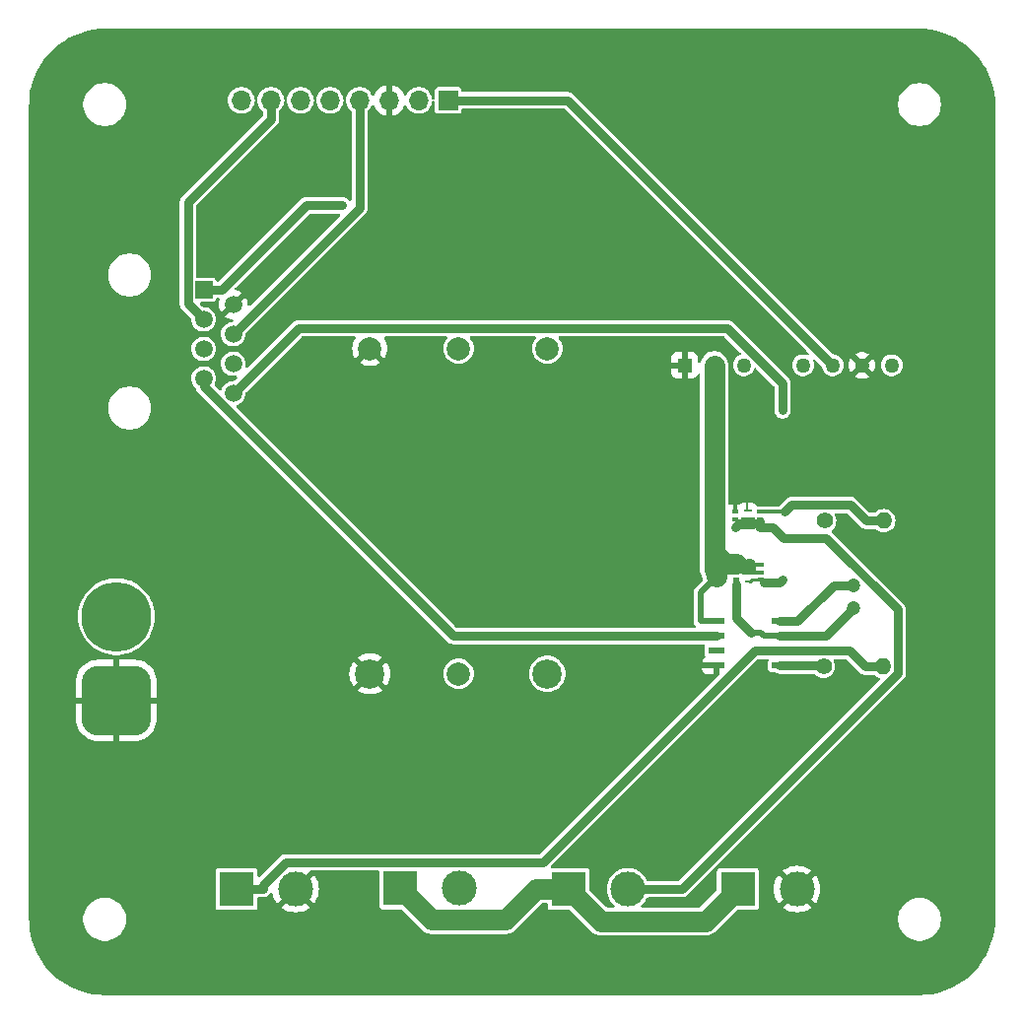
<source format=gbr>
%TF.GenerationSoftware,KiCad,Pcbnew,8.0.1*%
%TF.CreationDate,2024-07-22T16:36:45+02:00*%
%TF.ProjectId,Switch-_and_PowerDistribution-Board,53776974-6368-42d5-9f61-6e645f506f77,rev?*%
%TF.SameCoordinates,Original*%
%TF.FileFunction,Copper,L1,Top*%
%TF.FilePolarity,Positive*%
%FSLAX46Y46*%
G04 Gerber Fmt 4.6, Leading zero omitted, Abs format (unit mm)*
G04 Created by KiCad (PCBNEW 8.0.1) date 2024-07-22 16:36:45*
%MOMM*%
%LPD*%
G01*
G04 APERTURE LIST*
G04 Aperture macros list*
%AMRoundRect*
0 Rectangle with rounded corners*
0 $1 Rounding radius*
0 $2 $3 $4 $5 $6 $7 $8 $9 X,Y pos of 4 corners*
0 Add a 4 corners polygon primitive as box body*
4,1,4,$2,$3,$4,$5,$6,$7,$8,$9,$2,$3,0*
0 Add four circle primitives for the rounded corners*
1,1,$1+$1,$2,$3*
1,1,$1+$1,$4,$5*
1,1,$1+$1,$6,$7*
1,1,$1+$1,$8,$9*
0 Add four rect primitives between the rounded corners*
20,1,$1+$1,$2,$3,$4,$5,0*
20,1,$1+$1,$4,$5,$6,$7,0*
20,1,$1+$1,$6,$7,$8,$9,0*
20,1,$1+$1,$8,$9,$2,$3,0*%
G04 Aperture macros list end*
%TA.AperFunction,Conductor*%
%ADD10C,0.200000*%
%TD*%
%TA.AperFunction,ComponentPad*%
%ADD11R,1.270000X1.270000*%
%TD*%
%TA.AperFunction,ComponentPad*%
%ADD12C,1.270000*%
%TD*%
%TA.AperFunction,ComponentPad*%
%ADD13R,3.000000X3.000000*%
%TD*%
%TA.AperFunction,ComponentPad*%
%ADD14C,3.000000*%
%TD*%
%TA.AperFunction,ComponentPad*%
%ADD15C,1.400000*%
%TD*%
%TA.AperFunction,ComponentPad*%
%ADD16O,1.400000X1.400000*%
%TD*%
%TA.AperFunction,ComponentPad*%
%ADD17R,1.700000X1.700000*%
%TD*%
%TA.AperFunction,ComponentPad*%
%ADD18O,1.700000X1.700000*%
%TD*%
%TA.AperFunction,ComponentPad*%
%ADD19C,2.006600*%
%TD*%
%TA.AperFunction,ComponentPad*%
%ADD20C,2.514600*%
%TD*%
%TA.AperFunction,ComponentPad*%
%ADD21C,1.200000*%
%TD*%
%TA.AperFunction,ComponentPad*%
%ADD22R,1.500000X1.500000*%
%TD*%
%TA.AperFunction,ComponentPad*%
%ADD23C,1.500000*%
%TD*%
%TA.AperFunction,SMDPad,CuDef*%
%ADD24R,0.609600X0.304800*%
%TD*%
%TA.AperFunction,SMDPad,CuDef*%
%ADD25R,1.244600X1.041400*%
%TD*%
%TA.AperFunction,SMDPad,CuDef*%
%ADD26R,0.787400X0.228600*%
%TD*%
%TA.AperFunction,ComponentPad*%
%ADD27RoundRect,1.500000X1.500000X-1.500000X1.500000X1.500000X-1.500000X1.500000X-1.500000X-1.500000X0*%
%TD*%
%TA.AperFunction,ComponentPad*%
%ADD28C,6.000000*%
%TD*%
%TA.AperFunction,SMDPad,CuDef*%
%ADD29R,1.460500X0.533400*%
%TD*%
%TA.AperFunction,ViaPad*%
%ADD30C,0.600000*%
%TD*%
%TA.AperFunction,Conductor*%
%ADD31C,0.533200*%
%TD*%
%TA.AperFunction,Conductor*%
%ADD32C,1.800000*%
%TD*%
%TA.AperFunction,Conductor*%
%ADD33C,0.228400*%
%TD*%
%TA.AperFunction,Conductor*%
%ADD34C,0.800000*%
%TD*%
%TA.AperFunction,Conductor*%
%ADD35C,0.304600*%
%TD*%
%TA.AperFunction,Conductor*%
%ADD36C,1.041200*%
%TD*%
G04 APERTURE END LIST*
D10*
%TO.N,GND*%
X114200000Y-94000000D02*
X115200000Y-94000000D01*
X114200000Y-95000000D02*
X114200000Y-94000000D01*
X115200000Y-94800000D02*
X115200000Y-94000000D01*
%TD*%
D11*
%TO.P,U2,1,-VIN*%
%TO.N,GND*%
X109820000Y-82400000D03*
D12*
%TO.P,U2,2,+VIN*%
%TO.N,+12V*%
X112360000Y-82400000D03*
%TO.P,U2,3,RC*%
%TO.N,unconnected-(U2-RC-Pad3)*%
X114900000Y-82400000D03*
%TO.P,U2,5,NC*%
%TO.N,unconnected-(U2-NC-Pad5)*%
X119980000Y-82400000D03*
%TO.P,U2,6,+VOUT*%
%TO.N,+5V*%
X122520000Y-82400000D03*
%TO.P,U2,7,-VOUT*%
%TO.N,GND*%
X125060000Y-82400000D03*
%TO.P,U2,8,NC*%
%TO.N,unconnected-(U2-NC-Pad8)*%
X127600000Y-82400000D03*
%TD*%
D13*
%TO.P,J2,1,Pin_1*%
%TO.N,Net-(J2-Pin_1)*%
X71320000Y-127400000D03*
D14*
%TO.P,J2,2,Pin_2*%
%TO.N,GND*%
X76400000Y-127400000D03*
%TD*%
D15*
%TO.P,R2,1*%
%TO.N,Hupe*%
X121851700Y-95759200D03*
D16*
%TO.P,R2,2*%
%TO.N,Net-(MOSFET2-Pad3)*%
X126931700Y-95759200D03*
%TD*%
D17*
%TO.P,J3,1,1*%
%TO.N,+5V*%
X89512500Y-59635800D03*
D18*
%TO.P,J3,2,2*%
%TO.N,unconnected-(J3-Pad2)*%
X86972500Y-59635800D03*
%TO.P,J3,3,3*%
%TO.N,GND*%
X84432500Y-59635800D03*
%TO.P,J3,4,4*%
%TO.N,Net-(J1-ADC1)*%
X81892500Y-59635800D03*
%TO.P,J3,5,Pin_4*%
%TO.N,Net-(J1-TX|SDA)*%
X79352500Y-59635800D03*
%TO.P,J3,6,Pin_3*%
%TO.N,Net-(J1-RX|SDA)*%
X76812500Y-59635800D03*
%TO.P,J3,7,Pin_2*%
%TO.N,Net-(J1-ADC2)*%
X74272500Y-59635800D03*
%TO.P,J3,8,Pin_1*%
%TO.N,unconnected-(J3-Pin_1-Pad8)*%
X71732500Y-59635800D03*
%TD*%
D19*
%TO.P,U1,1,+IN*%
%TO.N,Akku_V*%
X98020000Y-80963400D03*
%TO.P,U1,2,RC*%
%TO.N,unconnected-(U1-RC-Pad2)*%
X90400000Y-80963400D03*
%TO.P,U1,3,-IN*%
%TO.N,GND*%
X82780000Y-80963400D03*
D20*
%TO.P,U1,4,-OUT*%
X82780000Y-108903400D03*
D19*
%TO.P,U1,6,VADJ*%
%TO.N,unconnected-(U1-VADJ-Pad6)*%
X90400000Y-108903400D03*
D20*
%TO.P,U1,8,+OUT*%
%TO.N,+12V*%
X98020000Y-108903400D03*
%TD*%
D13*
%TO.P,J6,1,Pin_1*%
%TO.N,+12V*%
X114400000Y-127400000D03*
D14*
%TO.P,J6,2,Pin_2*%
%TO.N,GND*%
X119480000Y-127400000D03*
%TD*%
D21*
%TO.P,C1,1*%
%TO.N,Net-(U3-VBOOST)*%
X124284200Y-101295000D03*
%TO.P,C1,2*%
%TO.N,Net-(U3-GATE)*%
X124284200Y-103295000D03*
%TD*%
D22*
%TO.P,J1,1,+5V*%
%TO.N,+5V*%
X68500000Y-75917500D03*
D23*
%TO.P,J1,2,GND*%
%TO.N,GND*%
X71040000Y-77187500D03*
%TO.P,J1,3,ADC2*%
%TO.N,Net-(J1-ADC2)*%
X68500000Y-78457500D03*
%TO.P,J1,4,ADC1*%
%TO.N,Net-(J1-ADC1)*%
X71040000Y-79727500D03*
%TO.P,J1,5,RX|SDA*%
%TO.N,Net-(J1-RX|SDA)*%
X68500000Y-80997500D03*
%TO.P,J1,6,TX|SDA*%
%TO.N,Net-(J1-TX|SDA)*%
X71040000Y-82267500D03*
%TO.P,J1,7,Bremse*%
%TO.N,Bremse*%
X68500000Y-83537500D03*
%TO.P,J1,8,Hupe*%
%TO.N,Hupe*%
X71040000Y-84807500D03*
%TD*%
D24*
%TO.P,MOSFET1,1,1*%
%TO.N,+12V*%
X114291800Y-99550001D03*
%TO.P,MOSFET1,2,2*%
X114291800Y-100200000D03*
%TO.P,MOSFET1,3,3*%
%TO.N,Net-(U3-GATE)*%
X114291800Y-100849999D03*
%TO.P,MOSFET1,4,4*%
%TO.N,Net-(U3-SENSE+)*%
X116400000Y-100849999D03*
%TO.P,MOSFET1,5,5*%
%TO.N,+12V*%
X116400000Y-100200000D03*
%TO.P,MOSFET1,6,6*%
X116400000Y-99550001D03*
D25*
%TO.P,MOSFET1,7,7*%
X115345900Y-99870000D03*
D26*
%TO.P,MOSFET1,8,8*%
%TO.N,Net-(U3-SENSE+)*%
X115345900Y-100985000D03*
%TD*%
D27*
%TO.P,J7,1,Pin_1*%
%TO.N,GND*%
X61000000Y-111200000D03*
D28*
%TO.P,J7,2,Pin_2*%
%TO.N,Akku_V*%
X61000000Y-104000000D03*
%TD*%
D24*
%TO.P,MOSFET2,1,1*%
%TO.N,Net-(J4-Pin_2)*%
X116284200Y-96294999D03*
%TO.P,MOSFET2,2,2*%
X116284200Y-95645000D03*
%TO.P,MOSFET2,3,3*%
%TO.N,Net-(MOSFET2-Pad3)*%
X116284200Y-94995001D03*
%TO.P,MOSFET2,4,4*%
%TO.N,GND*%
X114176000Y-94995001D03*
%TO.P,MOSFET2,5,5*%
%TO.N,Net-(J4-Pin_2)*%
X114176000Y-95645000D03*
%TO.P,MOSFET2,6,6*%
X114176000Y-96294999D03*
D25*
%TO.P,MOSFET2,7,7*%
X115230100Y-95975000D03*
D26*
%TO.P,MOSFET2,8,8*%
%TO.N,GND*%
X115230100Y-94860000D03*
%TD*%
D15*
%TO.P,R1,1*%
%TO.N,Net-(U3-SENSE+)*%
X121744200Y-108295000D03*
D16*
%TO.P,R1,2*%
%TO.N,Net-(J2-Pin_1)*%
X126824200Y-108295000D03*
%TD*%
D29*
%TO.P,U3,1,VDD*%
%TO.N,+12V*%
X112560050Y-104390000D03*
%TO.P,U3,2,INPUT*%
%TO.N,Bremse*%
X112560050Y-105660000D03*
%TO.P,U3,3,CT*%
%TO.N,unconnected-(U3-CT-Pad3)*%
X112560050Y-106930000D03*
%TO.P,U3,4,GND*%
%TO.N,GND*%
X112560050Y-108200000D03*
%TO.P,U3,5,SENSE+*%
%TO.N,Net-(U3-SENSE+)*%
X118008350Y-108200000D03*
%TO.P,U3,6,SENSE-*%
%TO.N,Net-(J2-Pin_1)*%
X118008350Y-106930000D03*
%TO.P,U3,7,GATE*%
%TO.N,Net-(U3-GATE)*%
X118008350Y-105660000D03*
%TO.P,U3,8,VBOOST*%
%TO.N,Net-(U3-VBOOST)*%
X118008350Y-104390000D03*
%TD*%
D13*
%TO.P,J5,1,Pin_1*%
%TO.N,+12V*%
X85400000Y-127350000D03*
D14*
%TO.P,J5,2,Pin_2*%
%TO.N,GND*%
X90480000Y-127350000D03*
%TD*%
D13*
%TO.P,J4,1,Pin_1*%
%TO.N,+12V*%
X99860000Y-127400000D03*
D14*
%TO.P,J4,2,Pin_2*%
%TO.N,Net-(J4-Pin_2)*%
X104940000Y-127400000D03*
%TD*%
D30*
%TO.N,+5V*%
X80421200Y-68666500D03*
%TO.N,Hupe*%
X118228800Y-86288700D03*
%TO.N,GND*%
X112200000Y-114600000D03*
%TO.N,Net-(U3-SENSE+)*%
X118228800Y-100806200D03*
%TD*%
D31*
%TO.N,Net-(U3-GATE)*%
X115545500Y-105390200D02*
X116341800Y-105390200D01*
X116341800Y-105390200D02*
X116611600Y-105660000D01*
D32*
%TO.N,+12V*%
X112360000Y-98500000D02*
X112360000Y-99999900D01*
X112360000Y-82400000D02*
X112360000Y-98500000D01*
X112360000Y-98500000D02*
X113357599Y-99497599D01*
X113357599Y-99497599D02*
X114291800Y-99497599D01*
D33*
%TO.N,Net-(U3-SENSE+)*%
X116400000Y-100850000D02*
X115581000Y-100850000D01*
X115581000Y-100850000D02*
X115446000Y-100985000D01*
D34*
%TO.N,Net-(U3-GATE)*%
X121919200Y-105660000D02*
X124284200Y-103295000D01*
X114291800Y-101199300D02*
X114291800Y-104136500D01*
D31*
X118008400Y-105660000D02*
X116611600Y-105660000D01*
D34*
X118008400Y-105660000D02*
X121919200Y-105660000D01*
D35*
X114291800Y-101199300D02*
X114291800Y-100850000D01*
D34*
X114291800Y-104136500D02*
X115545500Y-105390200D01*
%TO.N,Net-(U3-VBOOST)*%
X122633700Y-101295000D02*
X124284200Y-101295000D01*
X119538700Y-104390000D02*
X122633700Y-101295000D01*
X118008400Y-104390000D02*
X119538700Y-104390000D01*
%TO.N,+5V*%
X68500000Y-75917500D02*
X70050000Y-75917500D01*
X89512500Y-59635800D02*
X99755800Y-59635800D01*
X77300900Y-68666600D02*
X80421200Y-68666600D01*
X99755800Y-59635800D02*
X122520000Y-82400000D01*
X80421200Y-68666600D02*
X80421200Y-68666500D01*
X70050000Y-75917500D02*
X77300900Y-68666600D01*
%TO.N,Hupe*%
X118228800Y-83923700D02*
X118228800Y-86288700D01*
X76629600Y-79217900D02*
X113523000Y-79217900D01*
X71040000Y-84807500D02*
X76629600Y-79217900D01*
X113523000Y-79217900D02*
X118228800Y-83923700D01*
%TO.N,Bremse*%
X68500000Y-84181300D02*
X68500000Y-83537500D01*
X112560100Y-105660000D02*
X89978700Y-105660000D01*
X89978700Y-105660000D02*
X68500000Y-84181300D01*
%TO.N,Net-(J2-Pin_1)*%
X97649500Y-125100000D02*
X75560500Y-125100000D01*
X125324200Y-108295000D02*
X123959200Y-106930000D01*
X115819500Y-106930000D02*
X97649500Y-125100000D01*
X73620000Y-127040500D02*
X73620000Y-127400000D01*
X71320000Y-127400000D02*
X73620000Y-127400000D01*
X126824200Y-108295000D02*
X125324200Y-108295000D01*
X75560500Y-125100000D02*
X73620000Y-127040500D01*
X118008400Y-106930000D02*
X115819500Y-106930000D01*
X123959200Y-106930000D02*
X118008400Y-106930000D01*
D35*
%TO.N,+12V*%
X115398500Y-99550000D02*
X116400000Y-99550000D01*
D36*
X115345900Y-99710000D02*
X115345900Y-99870000D01*
D32*
X85400000Y-127350000D02*
X88102200Y-130052200D01*
D35*
X115345900Y-99710000D02*
X115345900Y-99550000D01*
D32*
X112560100Y-100547600D02*
X112560100Y-100200000D01*
X102639100Y-130179100D02*
X111620900Y-130179100D01*
X99860000Y-127400000D02*
X102639100Y-130179100D01*
D35*
X115542900Y-100067000D02*
X115542900Y-100200000D01*
D31*
X111163300Y-101944400D02*
X111163300Y-104390000D01*
X112560100Y-100547600D02*
X111163300Y-101944400D01*
D35*
X115345900Y-99550000D02*
X114291800Y-99550000D01*
X115345900Y-99870000D02*
X115542900Y-100067000D01*
D31*
X112560100Y-104390000D02*
X111163300Y-104390000D01*
D32*
X99860000Y-127400000D02*
X97060000Y-127400000D01*
X112360000Y-99999900D02*
X112560100Y-100200000D01*
X111620900Y-130179100D02*
X114400000Y-127400000D01*
D36*
X115398500Y-99550000D02*
X115345900Y-99550000D01*
D35*
X116400000Y-100200000D02*
X115542900Y-100200000D01*
D32*
X94407800Y-130052200D02*
X97060000Y-127400000D01*
X88102200Y-130052200D02*
X94407800Y-130052200D01*
D35*
X112560100Y-100200000D02*
X113434700Y-100200000D01*
X114291800Y-100200000D02*
X113434700Y-100200000D01*
D34*
%TO.N,Net-(J4-Pin_2)*%
X114496000Y-95975000D02*
X114176000Y-96295000D01*
D35*
X116284200Y-95847400D02*
X116284200Y-95645000D01*
D34*
X116156600Y-96167400D02*
X116284200Y-96295000D01*
X116156600Y-95975000D02*
X116156600Y-96167400D01*
D35*
X114496000Y-95965000D02*
X114176000Y-95645000D01*
D34*
X109611100Y-127400000D02*
X128126500Y-108884600D01*
X116284200Y-95847400D02*
X116156600Y-95975000D01*
X121986100Y-97247400D02*
X118341400Y-97247400D01*
X128126500Y-108884600D02*
X128126500Y-103387800D01*
X116284200Y-96295000D02*
X117389000Y-96295000D01*
X118341400Y-97247400D02*
X117389000Y-96295000D01*
X116156600Y-95975000D02*
X115230100Y-95975000D01*
D35*
X114496000Y-95975000D02*
X114496000Y-95965000D01*
D34*
X114496000Y-95975000D02*
X115230100Y-95975000D01*
X128126500Y-103387800D02*
X121986100Y-97247400D01*
X104940000Y-127400000D02*
X109611100Y-127400000D01*
%TO.N,Net-(U3-SENSE+)*%
X118008400Y-108200000D02*
X121649200Y-108200000D01*
X118228800Y-100806200D02*
X117944100Y-101090900D01*
X117944100Y-101090900D02*
X116640900Y-101090900D01*
X121649200Y-108200000D02*
X121744200Y-108295000D01*
D35*
X116640900Y-101090900D02*
X116400000Y-100850000D01*
D33*
X115446000Y-100985000D02*
X115345900Y-100985000D01*
D34*
%TO.N,Net-(MOSFET2-Pad3)*%
X118429600Y-94995000D02*
X119028300Y-94396300D01*
X126931700Y-95759200D02*
X125431700Y-95759200D01*
D35*
X118429600Y-94995000D02*
X116284200Y-94995000D01*
D34*
X119028300Y-94396300D02*
X124068800Y-94396300D01*
X124068800Y-94396300D02*
X125431700Y-95759200D01*
%TO.N,Net-(J1-ADC1)*%
X71040000Y-79727500D02*
X81892500Y-68875000D01*
X81892500Y-68875000D02*
X81892500Y-59635800D01*
%TO.N,Net-(J1-ADC2)*%
X67134800Y-77092300D02*
X67134800Y-68423500D01*
X67134800Y-68423500D02*
X74272500Y-61285800D01*
X74272500Y-59635800D02*
X74272500Y-61285800D01*
X68500000Y-78457500D02*
X67134800Y-77092300D01*
%TD*%
%TA.AperFunction,Conductor*%
%TO.N,GND*%
G36*
X116960048Y-107650185D02*
G01*
X117005803Y-107702989D01*
X117015747Y-107772147D01*
X117006443Y-107804586D01*
X116980516Y-107863304D01*
X116980515Y-107863308D01*
X116977600Y-107888431D01*
X116977600Y-108511556D01*
X116977602Y-108511582D01*
X116980513Y-108536687D01*
X116980515Y-108536691D01*
X117025893Y-108639464D01*
X117025894Y-108639465D01*
X117105335Y-108718906D01*
X117208109Y-108764285D01*
X117233235Y-108767200D01*
X117558792Y-108767199D01*
X117625831Y-108786883D01*
X117627682Y-108788097D01*
X117676586Y-108820773D01*
X117676593Y-108820777D01*
X117788285Y-108867041D01*
X117804072Y-108873580D01*
X117804076Y-108873580D01*
X117804077Y-108873581D01*
X117939404Y-108900500D01*
X117939407Y-108900500D01*
X120888183Y-108900500D01*
X120955222Y-108920185D01*
X120984036Y-108945835D01*
X121033316Y-109005883D01*
X121185660Y-109130909D01*
X121185667Y-109130913D01*
X121359466Y-109223811D01*
X121359469Y-109223811D01*
X121359473Y-109223814D01*
X121548068Y-109281024D01*
X121744200Y-109300341D01*
X121940332Y-109281024D01*
X122128927Y-109223814D01*
X122302738Y-109130910D01*
X122455083Y-109005883D01*
X122580110Y-108853538D01*
X122673014Y-108679727D01*
X122730224Y-108491132D01*
X122749541Y-108295000D01*
X122730224Y-108098868D01*
X122673014Y-107910273D01*
X122667959Y-107900816D01*
X122620996Y-107812953D01*
X122606754Y-107744550D01*
X122631754Y-107679307D01*
X122688059Y-107637936D01*
X122730354Y-107630500D01*
X123617681Y-107630500D01*
X123684720Y-107650185D01*
X123705362Y-107666819D01*
X124877651Y-108839109D01*
X124877654Y-108839112D01*
X124877657Y-108839114D01*
X124992388Y-108915774D01*
X124992389Y-108915775D01*
X125119872Y-108968580D01*
X125119876Y-108968580D01*
X125119877Y-108968581D01*
X125255204Y-108995500D01*
X125255207Y-108995500D01*
X126056298Y-108995500D01*
X126123337Y-109015185D01*
X126134957Y-109023642D01*
X126185150Y-109064835D01*
X126265660Y-109130909D01*
X126265667Y-109130913D01*
X126353211Y-109177706D01*
X126439473Y-109223814D01*
X126471846Y-109233634D01*
X126515529Y-109246886D01*
X126573967Y-109285183D01*
X126602424Y-109348996D01*
X126591863Y-109418063D01*
X126567214Y-109453227D01*
X109357262Y-126663181D01*
X109295939Y-126696666D01*
X109269581Y-126699500D01*
X106683819Y-126699500D01*
X106616780Y-126679815D01*
X106571025Y-126627011D01*
X106568389Y-126620797D01*
X106566743Y-126616603D01*
X106566743Y-126616602D01*
X106431815Y-126382898D01*
X106263561Y-126171915D01*
X106263560Y-126171914D01*
X106263557Y-126171910D01*
X106065741Y-125988365D01*
X106010728Y-125950858D01*
X105842775Y-125836349D01*
X105842769Y-125836346D01*
X105842768Y-125836345D01*
X105842767Y-125836344D01*
X105599643Y-125719263D01*
X105599645Y-125719263D01*
X105341773Y-125639720D01*
X105341767Y-125639718D01*
X105074936Y-125599500D01*
X105074929Y-125599500D01*
X104805071Y-125599500D01*
X104805063Y-125599500D01*
X104538232Y-125639718D01*
X104538226Y-125639720D01*
X104280358Y-125719262D01*
X104037230Y-125836346D01*
X103814258Y-125988365D01*
X103616442Y-126171910D01*
X103448185Y-126382898D01*
X103313258Y-126616599D01*
X103313256Y-126616603D01*
X103214666Y-126867804D01*
X103214664Y-126867811D01*
X103154616Y-127130898D01*
X103134451Y-127399995D01*
X103134451Y-127400004D01*
X103154616Y-127669101D01*
X103214664Y-127932188D01*
X103214666Y-127932195D01*
X103311610Y-128179203D01*
X103313257Y-128183398D01*
X103448185Y-128417102D01*
X103584080Y-128587509D01*
X103616442Y-128628089D01*
X103714265Y-128718854D01*
X103762599Y-128763702D01*
X103798354Y-128823729D01*
X103795979Y-128893559D01*
X103756229Y-128951019D01*
X103691723Y-128977867D01*
X103678258Y-128978600D01*
X103187725Y-128978600D01*
X103120686Y-128958915D01*
X103100044Y-128942281D01*
X101696818Y-127539054D01*
X101663333Y-127477731D01*
X101660499Y-127451373D01*
X101660499Y-125855143D01*
X101660499Y-125855136D01*
X101660497Y-125855117D01*
X101657586Y-125830012D01*
X101657585Y-125830010D01*
X101657585Y-125830009D01*
X101612206Y-125727235D01*
X101532765Y-125647794D01*
X101514475Y-125639718D01*
X101429992Y-125602415D01*
X101404868Y-125599500D01*
X98440019Y-125599500D01*
X98372980Y-125579815D01*
X98327225Y-125527011D01*
X98317281Y-125457853D01*
X98346306Y-125394297D01*
X98352338Y-125387819D01*
X116073337Y-107666819D01*
X116134660Y-107633334D01*
X116161018Y-107630500D01*
X116893009Y-107630500D01*
X116960048Y-107650185D01*
G37*
%TD.AperFunction*%
%TA.AperFunction,Conductor*%
G36*
X80177420Y-69386785D02*
G01*
X80223175Y-69439589D01*
X80233119Y-69508747D01*
X80204094Y-69572303D01*
X80198062Y-69578781D01*
X72506456Y-77270385D01*
X72445133Y-77303870D01*
X72375441Y-77298886D01*
X72319508Y-77257014D01*
X72295581Y-77192864D01*
X72295247Y-77192894D01*
X72295141Y-77191684D01*
X72295091Y-77191550D01*
X72295064Y-77190807D01*
X72275712Y-76969615D01*
X72275710Y-76969605D01*
X72219105Y-76758349D01*
X72219101Y-76758340D01*
X72126667Y-76560114D01*
X72126666Y-76560112D01*
X72083124Y-76497928D01*
X72083124Y-76497927D01*
X71420000Y-77161052D01*
X71420000Y-77137472D01*
X71394104Y-77040825D01*
X71344076Y-76954175D01*
X71273325Y-76883424D01*
X71186675Y-76833396D01*
X71090028Y-76807500D01*
X71066447Y-76807500D01*
X71729571Y-76144374D01*
X71667387Y-76100833D01*
X71469159Y-76008398D01*
X71469150Y-76008394D01*
X71266976Y-75954223D01*
X71207315Y-75917858D01*
X71176786Y-75855011D01*
X71185081Y-75785636D01*
X71211383Y-75746773D01*
X77554738Y-69403419D01*
X77616061Y-69369934D01*
X77642419Y-69367100D01*
X80110381Y-69367100D01*
X80177420Y-69386785D01*
G37*
%TD.AperFunction*%
%TA.AperFunction,Conductor*%
G36*
X130002324Y-53500587D02*
G01*
X130042259Y-53502081D01*
X130481082Y-53518500D01*
X130490306Y-53519192D01*
X130964101Y-53572575D01*
X130973247Y-53573954D01*
X131335901Y-53642572D01*
X131441708Y-53662592D01*
X131450749Y-53664655D01*
X131624139Y-53711114D01*
X131911287Y-53788056D01*
X131920133Y-53790784D01*
X132370158Y-53948255D01*
X132378778Y-53951637D01*
X132622667Y-54058045D01*
X132815784Y-54142302D01*
X132824138Y-54146326D01*
X133245640Y-54369096D01*
X133253671Y-54373732D01*
X133657371Y-54627393D01*
X133665033Y-54632617D01*
X134048641Y-54915732D01*
X134055883Y-54921508D01*
X134417275Y-55232511D01*
X134424072Y-55238818D01*
X134761181Y-55575927D01*
X134767488Y-55582724D01*
X135078491Y-55944116D01*
X135084273Y-55951366D01*
X135367382Y-56334966D01*
X135372606Y-56342628D01*
X135626267Y-56746328D01*
X135630903Y-56754359D01*
X135853673Y-57175861D01*
X135857697Y-57184215D01*
X136048359Y-57621215D01*
X136051747Y-57629848D01*
X136209212Y-58079859D01*
X136211945Y-58088719D01*
X136335344Y-58549250D01*
X136337407Y-58558291D01*
X136426043Y-59026741D01*
X136427425Y-59035910D01*
X136480806Y-59509681D01*
X136481499Y-59518928D01*
X136499413Y-59997674D01*
X136499500Y-60002311D01*
X136499500Y-129997688D01*
X136499413Y-130002325D01*
X136481499Y-130481071D01*
X136480806Y-130490318D01*
X136427425Y-130964089D01*
X136426043Y-130973258D01*
X136337407Y-131441708D01*
X136335344Y-131450749D01*
X136211945Y-131911280D01*
X136209212Y-131920140D01*
X136051747Y-132370151D01*
X136048359Y-132378784D01*
X135857697Y-132815784D01*
X135853673Y-132824138D01*
X135630903Y-133245640D01*
X135626267Y-133253671D01*
X135372606Y-133657371D01*
X135367382Y-133665033D01*
X135084273Y-134048633D01*
X135078491Y-134055883D01*
X134767488Y-134417275D01*
X134761181Y-134424072D01*
X134424072Y-134761181D01*
X134417275Y-134767488D01*
X134055883Y-135078491D01*
X134048633Y-135084273D01*
X133665033Y-135367382D01*
X133657371Y-135372606D01*
X133253671Y-135626267D01*
X133245640Y-135630903D01*
X132824138Y-135853673D01*
X132815784Y-135857697D01*
X132378784Y-136048359D01*
X132370151Y-136051747D01*
X131920140Y-136209212D01*
X131911280Y-136211945D01*
X131450749Y-136335344D01*
X131441708Y-136337407D01*
X130973258Y-136426043D01*
X130964089Y-136427425D01*
X130490318Y-136480806D01*
X130481071Y-136481499D01*
X130002325Y-136499413D01*
X129997688Y-136499500D01*
X60002312Y-136499500D01*
X59997675Y-136499413D01*
X59518928Y-136481499D01*
X59509681Y-136480806D01*
X59035910Y-136427425D01*
X59026741Y-136426043D01*
X58558291Y-136337407D01*
X58549250Y-136335344D01*
X58088719Y-136211945D01*
X58079859Y-136209212D01*
X57629848Y-136051747D01*
X57621215Y-136048359D01*
X57184215Y-135857697D01*
X57175861Y-135853673D01*
X56754359Y-135630903D01*
X56746328Y-135626267D01*
X56342628Y-135372606D01*
X56334966Y-135367382D01*
X55951366Y-135084273D01*
X55944116Y-135078491D01*
X55582724Y-134767488D01*
X55575927Y-134761181D01*
X55238818Y-134424072D01*
X55232511Y-134417275D01*
X54921508Y-134055883D01*
X54915726Y-134048633D01*
X54632617Y-133665033D01*
X54627393Y-133657371D01*
X54373732Y-133253671D01*
X54369096Y-133245640D01*
X54146326Y-132824138D01*
X54142302Y-132815784D01*
X53951640Y-132378784D01*
X53948252Y-132370151D01*
X53790787Y-131920140D01*
X53788054Y-131911280D01*
X53752043Y-131776887D01*
X53711114Y-131624139D01*
X53664655Y-131450749D01*
X53662592Y-131441708D01*
X53634198Y-131291645D01*
X53573954Y-130973247D01*
X53572574Y-130964089D01*
X53557947Y-130834273D01*
X53519192Y-130490306D01*
X53518500Y-130481070D01*
X53505038Y-130121288D01*
X58149500Y-130121288D01*
X58181161Y-130361785D01*
X58243947Y-130596104D01*
X58314934Y-130767480D01*
X58336776Y-130820212D01*
X58458064Y-131030289D01*
X58458066Y-131030292D01*
X58458067Y-131030293D01*
X58605733Y-131222736D01*
X58605739Y-131222743D01*
X58777256Y-131394260D01*
X58777263Y-131394266D01*
X58890321Y-131481018D01*
X58969711Y-131541936D01*
X59179788Y-131663224D01*
X59403900Y-131756054D01*
X59638211Y-131818838D01*
X59818586Y-131842584D01*
X59878711Y-131850500D01*
X59878712Y-131850500D01*
X60121289Y-131850500D01*
X60169388Y-131844167D01*
X60361789Y-131818838D01*
X60596100Y-131756054D01*
X60820212Y-131663224D01*
X61030289Y-131541936D01*
X61222738Y-131394265D01*
X61394265Y-131222738D01*
X61541936Y-131030289D01*
X61663224Y-130820212D01*
X61756054Y-130596100D01*
X61818838Y-130361789D01*
X61850500Y-130121288D01*
X61850500Y-129878712D01*
X61818838Y-129638211D01*
X61756054Y-129403900D01*
X61663224Y-129179788D01*
X61541936Y-128969711D01*
X61449209Y-128848866D01*
X61394266Y-128777263D01*
X61394260Y-128777256D01*
X61222743Y-128605739D01*
X61222736Y-128605733D01*
X61030293Y-128458067D01*
X61030292Y-128458066D01*
X61030289Y-128458064D01*
X60820212Y-128336776D01*
X60820205Y-128336773D01*
X60596104Y-128243947D01*
X60370126Y-128183396D01*
X60361789Y-128181162D01*
X60361788Y-128181161D01*
X60361785Y-128181161D01*
X60121289Y-128149500D01*
X60121288Y-128149500D01*
X59878712Y-128149500D01*
X59878711Y-128149500D01*
X59638214Y-128181161D01*
X59403895Y-128243947D01*
X59179794Y-128336773D01*
X59179785Y-128336777D01*
X58969706Y-128458067D01*
X58777263Y-128605733D01*
X58777256Y-128605739D01*
X58605739Y-128777256D01*
X58605733Y-128777263D01*
X58458067Y-128969706D01*
X58336777Y-129179785D01*
X58336773Y-129179794D01*
X58243947Y-129403895D01*
X58181161Y-129638214D01*
X58149500Y-129878711D01*
X58149500Y-130121288D01*
X53505038Y-130121288D01*
X53500587Y-130002324D01*
X53500500Y-129997688D01*
X53500500Y-112771436D01*
X57500000Y-112771436D01*
X57515300Y-112985362D01*
X57576109Y-113264895D01*
X57676091Y-113532958D01*
X57813191Y-113784038D01*
X57813192Y-113784039D01*
X57984639Y-114013065D01*
X57984649Y-114013077D01*
X58186922Y-114215350D01*
X58186934Y-114215360D01*
X58415960Y-114386807D01*
X58415961Y-114386808D01*
X58667042Y-114523908D01*
X58667041Y-114523908D01*
X58935104Y-114623890D01*
X59214637Y-114684699D01*
X59428563Y-114699999D01*
X59428566Y-114700000D01*
X60750000Y-114700000D01*
X60750000Y-113436502D01*
X60852527Y-113450000D01*
X61147473Y-113450000D01*
X61250000Y-113436502D01*
X61250000Y-114700000D01*
X62571434Y-114700000D01*
X62571436Y-114699999D01*
X62785362Y-114684699D01*
X63064895Y-114623890D01*
X63332958Y-114523908D01*
X63584038Y-114386808D01*
X63584039Y-114386807D01*
X63813065Y-114215360D01*
X63813077Y-114215350D01*
X64015350Y-114013077D01*
X64015360Y-114013065D01*
X64186807Y-113784039D01*
X64186808Y-113784038D01*
X64323908Y-113532958D01*
X64423890Y-113264895D01*
X64484699Y-112985362D01*
X64499999Y-112771436D01*
X64500000Y-112771434D01*
X64500000Y-111450000D01*
X63236502Y-111450000D01*
X63250000Y-111347473D01*
X63250000Y-111052527D01*
X63236502Y-110950000D01*
X64500000Y-110950000D01*
X64500000Y-109628566D01*
X64499999Y-109628563D01*
X64484699Y-109414637D01*
X64423890Y-109135104D01*
X64337470Y-108903403D01*
X81017772Y-108903403D01*
X81037454Y-109166045D01*
X81037454Y-109166046D01*
X81096062Y-109422828D01*
X81192287Y-109668002D01*
X81192286Y-109668002D01*
X81323978Y-109896097D01*
X81372679Y-109957166D01*
X81915046Y-109414799D01*
X82000686Y-109542967D01*
X82140433Y-109682714D01*
X82268599Y-109768352D01*
X81725577Y-110311373D01*
X81898890Y-110429536D01*
X82136185Y-110543811D01*
X82387865Y-110621444D01*
X82387871Y-110621446D01*
X82648301Y-110660699D01*
X82648310Y-110660700D01*
X82911690Y-110660700D01*
X82911698Y-110660699D01*
X83172128Y-110621446D01*
X83172134Y-110621444D01*
X83423814Y-110543811D01*
X83661117Y-110429532D01*
X83834421Y-110311373D01*
X83291399Y-109768352D01*
X83419567Y-109682714D01*
X83559314Y-109542967D01*
X83644952Y-109414799D01*
X84187320Y-109957167D01*
X84236020Y-109896097D01*
X84367712Y-109668002D01*
X84463937Y-109422828D01*
X84522545Y-109166046D01*
X84522545Y-109166045D01*
X84542228Y-108903403D01*
X84542228Y-108903401D01*
X89091220Y-108903401D01*
X89111102Y-109130661D01*
X89111104Y-109130672D01*
X89170146Y-109351021D01*
X89170148Y-109351025D01*
X89170149Y-109351029D01*
X89217805Y-109453227D01*
X89266562Y-109557788D01*
X89266563Y-109557790D01*
X89397417Y-109744670D01*
X89558729Y-109905982D01*
X89605688Y-109938863D01*
X89745610Y-110036837D01*
X89952371Y-110133251D01*
X90172733Y-110192297D01*
X90335066Y-110206499D01*
X90399998Y-110212180D01*
X90400000Y-110212180D01*
X90400002Y-110212180D01*
X90456816Y-110207209D01*
X90627267Y-110192297D01*
X90847629Y-110133251D01*
X91054390Y-110036837D01*
X91241268Y-109905984D01*
X91402584Y-109744668D01*
X91533437Y-109557790D01*
X91629851Y-109351029D01*
X91688897Y-109130667D01*
X91708780Y-108903400D01*
X96457383Y-108903400D01*
X96476620Y-109147841D01*
X96476620Y-109147844D01*
X96476621Y-109147847D01*
X96508594Y-109281024D01*
X96533864Y-109386279D01*
X96627695Y-109612809D01*
X96627697Y-109612812D01*
X96755812Y-109821878D01*
X96755813Y-109821880D01*
X96755816Y-109821883D01*
X96915063Y-110008337D01*
X97059397Y-110131610D01*
X97101519Y-110167586D01*
X97101521Y-110167587D01*
X97310587Y-110295702D01*
X97310590Y-110295704D01*
X97537120Y-110389535D01*
X97537125Y-110389537D01*
X97775553Y-110446779D01*
X98020000Y-110466017D01*
X98264447Y-110446779D01*
X98502875Y-110389537D01*
X98691580Y-110311373D01*
X98729409Y-110295704D01*
X98729410Y-110295703D01*
X98729413Y-110295702D01*
X98938483Y-110167584D01*
X99124937Y-110008337D01*
X99284184Y-109821883D01*
X99412302Y-109612813D01*
X99506137Y-109386275D01*
X99563379Y-109147847D01*
X99582617Y-108903400D01*
X99563379Y-108658953D01*
X99513213Y-108450000D01*
X111329800Y-108450000D01*
X111329800Y-108514544D01*
X111336201Y-108574072D01*
X111336203Y-108574079D01*
X111386445Y-108708786D01*
X111386449Y-108708793D01*
X111472609Y-108823887D01*
X111472612Y-108823890D01*
X111587706Y-108910050D01*
X111587713Y-108910054D01*
X111722420Y-108960296D01*
X111722427Y-108960298D01*
X111781955Y-108966699D01*
X111781972Y-108966700D01*
X112310050Y-108966700D01*
X112310050Y-108450000D01*
X111329800Y-108450000D01*
X99513213Y-108450000D01*
X99506137Y-108420525D01*
X99454143Y-108295000D01*
X99412304Y-108193990D01*
X99412302Y-108193987D01*
X99284187Y-107984921D01*
X99284186Y-107984919D01*
X99220427Y-107910267D01*
X99124937Y-107798463D01*
X98987516Y-107681094D01*
X98938480Y-107639213D01*
X98938478Y-107639212D01*
X98729412Y-107511097D01*
X98729409Y-107511095D01*
X98502879Y-107417264D01*
X98427625Y-107399197D01*
X98264447Y-107360021D01*
X98264444Y-107360020D01*
X98264441Y-107360020D01*
X98020000Y-107340783D01*
X97775558Y-107360020D01*
X97775554Y-107360020D01*
X97775553Y-107360021D01*
X97703723Y-107377266D01*
X97537120Y-107417264D01*
X97310590Y-107511095D01*
X97310587Y-107511097D01*
X97101521Y-107639212D01*
X97101519Y-107639213D01*
X96915063Y-107798463D01*
X96755813Y-107984919D01*
X96755812Y-107984921D01*
X96627697Y-108193987D01*
X96627695Y-108193990D01*
X96533864Y-108420520D01*
X96525401Y-108455771D01*
X96480991Y-108640753D01*
X96476620Y-108658958D01*
X96457383Y-108903400D01*
X91708780Y-108903400D01*
X91688897Y-108676133D01*
X91629851Y-108455771D01*
X91533437Y-108249010D01*
X91402584Y-108062132D01*
X91402582Y-108062129D01*
X91241270Y-107900817D01*
X91054390Y-107769963D01*
X91054388Y-107769962D01*
X91019467Y-107753678D01*
X90847629Y-107673549D01*
X90847625Y-107673548D01*
X90847621Y-107673546D01*
X90627272Y-107614504D01*
X90627268Y-107614503D01*
X90627267Y-107614503D01*
X90627266Y-107614502D01*
X90627261Y-107614502D01*
X90400002Y-107594620D01*
X90399998Y-107594620D01*
X90172738Y-107614502D01*
X90172727Y-107614504D01*
X89952378Y-107673546D01*
X89952369Y-107673550D01*
X89745611Y-107769962D01*
X89745609Y-107769963D01*
X89558729Y-107900817D01*
X89397417Y-108062129D01*
X89266563Y-108249009D01*
X89266562Y-108249011D01*
X89170150Y-108455769D01*
X89170146Y-108455778D01*
X89111104Y-108676127D01*
X89111102Y-108676138D01*
X89091220Y-108903398D01*
X89091220Y-108903401D01*
X84542228Y-108903401D01*
X84542228Y-108903396D01*
X84522545Y-108640754D01*
X84522545Y-108640753D01*
X84463937Y-108383971D01*
X84367712Y-108138797D01*
X84367713Y-108138797D01*
X84236021Y-107910702D01*
X84187320Y-107849631D01*
X83644952Y-108391999D01*
X83559314Y-108263833D01*
X83419567Y-108124086D01*
X83291399Y-108038447D01*
X83834421Y-107495425D01*
X83661109Y-107377263D01*
X83423814Y-107262988D01*
X83172134Y-107185355D01*
X83172128Y-107185353D01*
X82911698Y-107146100D01*
X82648301Y-107146100D01*
X82387871Y-107185353D01*
X82387865Y-107185355D01*
X82136185Y-107262988D01*
X81898889Y-107377264D01*
X81898885Y-107377266D01*
X81725577Y-107495425D01*
X82268600Y-108038447D01*
X82140433Y-108124086D01*
X82000686Y-108263833D01*
X81915047Y-108392000D01*
X81372679Y-107849632D01*
X81372678Y-107849632D01*
X81323981Y-107910698D01*
X81192287Y-108138797D01*
X81096062Y-108383971D01*
X81037454Y-108640753D01*
X81037454Y-108640754D01*
X81017772Y-108903396D01*
X81017772Y-108903403D01*
X64337470Y-108903403D01*
X64323908Y-108867041D01*
X64186808Y-108615961D01*
X64186807Y-108615960D01*
X64015360Y-108386934D01*
X64015350Y-108386922D01*
X63813077Y-108184649D01*
X63813065Y-108184639D01*
X63584039Y-108013192D01*
X63584038Y-108013191D01*
X63332957Y-107876091D01*
X63332958Y-107876091D01*
X63064895Y-107776109D01*
X62785362Y-107715300D01*
X62571436Y-107700000D01*
X61250000Y-107700000D01*
X61250000Y-108963497D01*
X61147473Y-108950000D01*
X60852527Y-108950000D01*
X60750000Y-108963497D01*
X60750000Y-107700000D01*
X59428563Y-107700000D01*
X59214637Y-107715300D01*
X58935104Y-107776109D01*
X58667041Y-107876091D01*
X58415961Y-108013191D01*
X58415960Y-108013192D01*
X58186934Y-108184639D01*
X58186922Y-108184649D01*
X57984649Y-108386922D01*
X57984639Y-108386934D01*
X57813192Y-108615960D01*
X57813191Y-108615961D01*
X57676091Y-108867041D01*
X57576109Y-109135104D01*
X57515300Y-109414637D01*
X57500000Y-109628563D01*
X57500000Y-110950000D01*
X58763498Y-110950000D01*
X58750000Y-111052527D01*
X58750000Y-111347473D01*
X58763498Y-111450000D01*
X57500000Y-111450000D01*
X57500000Y-112771436D01*
X53500500Y-112771436D01*
X53500500Y-104000000D01*
X57694652Y-104000000D01*
X57706725Y-104222683D01*
X57714028Y-104357368D01*
X57714029Y-104357385D01*
X57771926Y-104710539D01*
X57771932Y-104710565D01*
X57867672Y-105055392D01*
X57867674Y-105055399D01*
X58000142Y-105387870D01*
X58000151Y-105387888D01*
X58167784Y-105704077D01*
X58167790Y-105704086D01*
X58368634Y-106000309D01*
X58368641Y-106000319D01*
X58600331Y-106273085D01*
X58600332Y-106273086D01*
X58860163Y-106519211D01*
X59145081Y-106735800D01*
X59451747Y-106920315D01*
X59451749Y-106920316D01*
X59451751Y-106920317D01*
X59451755Y-106920319D01*
X59776552Y-107070585D01*
X59776565Y-107070591D01*
X60115726Y-107184868D01*
X60465254Y-107261805D01*
X60821052Y-107300500D01*
X60821058Y-107300500D01*
X61178942Y-107300500D01*
X61178948Y-107300500D01*
X61534746Y-107261805D01*
X61884274Y-107184868D01*
X62223435Y-107070591D01*
X62548253Y-106920315D01*
X62854919Y-106735800D01*
X63139837Y-106519211D01*
X63399668Y-106273086D01*
X63631365Y-106000311D01*
X63832211Y-105704085D01*
X63999853Y-105387880D01*
X64132324Y-105055403D01*
X64228071Y-104710552D01*
X64268383Y-104464660D01*
X64285970Y-104357385D01*
X64285970Y-104357382D01*
X64285972Y-104357371D01*
X64305348Y-104000000D01*
X64285972Y-103642629D01*
X64228071Y-103289448D01*
X64132324Y-102944597D01*
X64089868Y-102838041D01*
X63999857Y-102612129D01*
X63999848Y-102612111D01*
X63832215Y-102295922D01*
X63832213Y-102295919D01*
X63832211Y-102295915D01*
X63631365Y-101999689D01*
X63631361Y-101999684D01*
X63631358Y-101999680D01*
X63399668Y-101726914D01*
X63389367Y-101717156D01*
X63139837Y-101480789D01*
X63139830Y-101480783D01*
X63139827Y-101480781D01*
X63033294Y-101399797D01*
X62854919Y-101264200D01*
X62548253Y-101079685D01*
X62548252Y-101079684D01*
X62548248Y-101079682D01*
X62548244Y-101079680D01*
X62223447Y-100929414D01*
X62223441Y-100929411D01*
X62223435Y-100929409D01*
X62053854Y-100872270D01*
X61884273Y-100815131D01*
X61534744Y-100738194D01*
X61178949Y-100699500D01*
X61178948Y-100699500D01*
X60821052Y-100699500D01*
X60821050Y-100699500D01*
X60465255Y-100738194D01*
X60115726Y-100815131D01*
X59878681Y-100895002D01*
X59776565Y-100929409D01*
X59776563Y-100929410D01*
X59776552Y-100929414D01*
X59451755Y-101079680D01*
X59451751Y-101079682D01*
X59304827Y-101168084D01*
X59145081Y-101264200D01*
X59058953Y-101329673D01*
X58860172Y-101480781D01*
X58860163Y-101480789D01*
X58600331Y-101726914D01*
X58368641Y-101999680D01*
X58368634Y-101999690D01*
X58167790Y-102295913D01*
X58167784Y-102295922D01*
X58000151Y-102612111D01*
X58000142Y-102612129D01*
X57867674Y-102944600D01*
X57867672Y-102944607D01*
X57771932Y-103289434D01*
X57771926Y-103289460D01*
X57714029Y-103642614D01*
X57714028Y-103642631D01*
X57704102Y-103825713D01*
X57694652Y-104000000D01*
X53500500Y-104000000D01*
X53500500Y-86198788D01*
X60299500Y-86198788D01*
X60331161Y-86439285D01*
X60393947Y-86673604D01*
X60419480Y-86735245D01*
X60486776Y-86897712D01*
X60608064Y-87107789D01*
X60608066Y-87107792D01*
X60608067Y-87107793D01*
X60755733Y-87300236D01*
X60755739Y-87300243D01*
X60927256Y-87471760D01*
X60927262Y-87471765D01*
X61119711Y-87619436D01*
X61329788Y-87740724D01*
X61553900Y-87833554D01*
X61788211Y-87896338D01*
X61968586Y-87920084D01*
X62028711Y-87928000D01*
X62028712Y-87928000D01*
X62271289Y-87928000D01*
X62319388Y-87921667D01*
X62511789Y-87896338D01*
X62746100Y-87833554D01*
X62970212Y-87740724D01*
X63180289Y-87619436D01*
X63372738Y-87471765D01*
X63544265Y-87300238D01*
X63691936Y-87107789D01*
X63813224Y-86897712D01*
X63906054Y-86673600D01*
X63968838Y-86439289D01*
X64000500Y-86198788D01*
X64000500Y-85956212D01*
X63968838Y-85715711D01*
X63906054Y-85481400D01*
X63813224Y-85257288D01*
X63691936Y-85047211D01*
X63544265Y-84854762D01*
X63544260Y-84854756D01*
X63372743Y-84683239D01*
X63372736Y-84683233D01*
X63180293Y-84535567D01*
X63180292Y-84535566D01*
X63180289Y-84535564D01*
X62970212Y-84414276D01*
X62970205Y-84414273D01*
X62746104Y-84321447D01*
X62511785Y-84258661D01*
X62271289Y-84227000D01*
X62271288Y-84227000D01*
X62028712Y-84227000D01*
X62028711Y-84227000D01*
X61788214Y-84258661D01*
X61553895Y-84321447D01*
X61329794Y-84414273D01*
X61329785Y-84414277D01*
X61119706Y-84535567D01*
X60927263Y-84683233D01*
X60927256Y-84683239D01*
X60755739Y-84854756D01*
X60755733Y-84854763D01*
X60608067Y-85047206D01*
X60486777Y-85257285D01*
X60486773Y-85257294D01*
X60393947Y-85481395D01*
X60331161Y-85715714D01*
X60299500Y-85956211D01*
X60299500Y-86198788D01*
X53500500Y-86198788D01*
X53500500Y-83537500D01*
X67444417Y-83537500D01*
X67464699Y-83743432D01*
X67473426Y-83772200D01*
X67524768Y-83941454D01*
X67622315Y-84123950D01*
X67753590Y-84283910D01*
X67782149Y-84307348D01*
X67821485Y-84365092D01*
X67825103Y-84379010D01*
X67826418Y-84385622D01*
X67826420Y-84385630D01*
X67879222Y-84513107D01*
X67955887Y-84627845D01*
X89532154Y-106204112D01*
X89646892Y-106280777D01*
X89774367Y-106333578D01*
X89774372Y-106333580D01*
X89774376Y-106333580D01*
X89774377Y-106333581D01*
X89909703Y-106360500D01*
X111444709Y-106360500D01*
X111511748Y-106380185D01*
X111557503Y-106432989D01*
X111567447Y-106502147D01*
X111558143Y-106534586D01*
X111532216Y-106593304D01*
X111532215Y-106593308D01*
X111529300Y-106618431D01*
X111529300Y-107241556D01*
X111529302Y-107241582D01*
X111532213Y-107266686D01*
X111532214Y-107266690D01*
X111532215Y-107266691D01*
X111577594Y-107369465D01*
X111580246Y-107375470D01*
X111589317Y-107444748D01*
X111559493Y-107507933D01*
X111541123Y-107524822D01*
X111472609Y-107576112D01*
X111386449Y-107691206D01*
X111386445Y-107691213D01*
X111336203Y-107825920D01*
X111336201Y-107825927D01*
X111329800Y-107885455D01*
X111329800Y-107950000D01*
X112686050Y-107950000D01*
X112753089Y-107969685D01*
X112798844Y-108022489D01*
X112810050Y-108074000D01*
X112810050Y-108897431D01*
X112790365Y-108964470D01*
X112773731Y-108985112D01*
X97395662Y-124363181D01*
X97334339Y-124396666D01*
X97307981Y-124399500D01*
X75491503Y-124399500D01*
X75383090Y-124421065D01*
X75383089Y-124421065D01*
X75369631Y-124423742D01*
X75356173Y-124426419D01*
X75303366Y-124448291D01*
X75303366Y-124448292D01*
X75256274Y-124467798D01*
X75228686Y-124479226D01*
X75218534Y-124486010D01*
X75218423Y-124486084D01*
X75113957Y-124555886D01*
X75113953Y-124555889D01*
X73332180Y-126337662D01*
X73270857Y-126371147D01*
X73201165Y-126366163D01*
X73145232Y-126324291D01*
X73120815Y-126258827D01*
X73120499Y-126249981D01*
X73120499Y-125855143D01*
X73120499Y-125855136D01*
X73120497Y-125855117D01*
X73117586Y-125830012D01*
X73117585Y-125830010D01*
X73117585Y-125830009D01*
X73072206Y-125727235D01*
X72992765Y-125647794D01*
X72974475Y-125639718D01*
X72889992Y-125602415D01*
X72864865Y-125599500D01*
X69775143Y-125599500D01*
X69775117Y-125599502D01*
X69750012Y-125602413D01*
X69750008Y-125602415D01*
X69647235Y-125647793D01*
X69567794Y-125727234D01*
X69522415Y-125830006D01*
X69522415Y-125830008D01*
X69519500Y-125855131D01*
X69519500Y-128944856D01*
X69519502Y-128944882D01*
X69522413Y-128969987D01*
X69522415Y-128969991D01*
X69567793Y-129072764D01*
X69567794Y-129072765D01*
X69647235Y-129152206D01*
X69750009Y-129197585D01*
X69775135Y-129200500D01*
X72864864Y-129200499D01*
X72864879Y-129200497D01*
X72864882Y-129200497D01*
X72889987Y-129197586D01*
X72889988Y-129197585D01*
X72889991Y-129197585D01*
X72992765Y-129152206D01*
X73072206Y-129072765D01*
X73117585Y-128969991D01*
X73120500Y-128944865D01*
X73120500Y-128224500D01*
X73140185Y-128157461D01*
X73192989Y-128111706D01*
X73244500Y-128100500D01*
X73688995Y-128100500D01*
X73788066Y-128080793D01*
X73824328Y-128073580D01*
X73951811Y-128020775D01*
X74066542Y-127944114D01*
X74164114Y-127846542D01*
X74217852Y-127766116D01*
X74271463Y-127721312D01*
X74340788Y-127712605D01*
X74403816Y-127742759D01*
X74440536Y-127802202D01*
X74442120Y-127808650D01*
X74476109Y-127964895D01*
X74576091Y-128232958D01*
X74713191Y-128484038D01*
X74713196Y-128484046D01*
X74819882Y-128626561D01*
X74819883Y-128626562D01*
X75714767Y-127731678D01*
X75726497Y-127759995D01*
X75809670Y-127884472D01*
X75915528Y-127990330D01*
X76040005Y-128073503D01*
X76068320Y-128085231D01*
X75173436Y-128980115D01*
X75315960Y-129086807D01*
X75315961Y-129086808D01*
X75567042Y-129223908D01*
X75567041Y-129223908D01*
X75835104Y-129323890D01*
X76114637Y-129384699D01*
X76399999Y-129405109D01*
X76400001Y-129405109D01*
X76685362Y-129384699D01*
X76964895Y-129323890D01*
X77232958Y-129223908D01*
X77484047Y-129086803D01*
X77626561Y-128980116D01*
X77626562Y-128980115D01*
X76731679Y-128085231D01*
X76759995Y-128073503D01*
X76884472Y-127990330D01*
X76990330Y-127884472D01*
X77073503Y-127759995D01*
X77085231Y-127731678D01*
X77980115Y-128626562D01*
X77980116Y-128626561D01*
X78086803Y-128484047D01*
X78223908Y-128232958D01*
X78323890Y-127964895D01*
X78384699Y-127685362D01*
X78405109Y-127400001D01*
X78405109Y-127399998D01*
X78384699Y-127114637D01*
X78323890Y-126835104D01*
X78223908Y-126567041D01*
X78086808Y-126315961D01*
X78086807Y-126315960D01*
X77980115Y-126173436D01*
X77085231Y-127068320D01*
X77073503Y-127040005D01*
X76990330Y-126915528D01*
X76884472Y-126809670D01*
X76759995Y-126726497D01*
X76731678Y-126714767D01*
X77609626Y-125836819D01*
X77670949Y-125803334D01*
X77697307Y-125800500D01*
X83475500Y-125800500D01*
X83542539Y-125820185D01*
X83588294Y-125872989D01*
X83599500Y-125924500D01*
X83599500Y-128894856D01*
X83599502Y-128894882D01*
X83602413Y-128919987D01*
X83602415Y-128919991D01*
X83647793Y-129022764D01*
X83647794Y-129022765D01*
X83727235Y-129102206D01*
X83830009Y-129147585D01*
X83855135Y-129150500D01*
X85451373Y-129150499D01*
X85518412Y-129170184D01*
X85539054Y-129186818D01*
X86473525Y-130121288D01*
X87186510Y-130834273D01*
X87320127Y-130967890D01*
X87473001Y-131078960D01*
X87552547Y-131119490D01*
X87641363Y-131164745D01*
X87641365Y-131164745D01*
X87641368Y-131164747D01*
X87737697Y-131196046D01*
X87821081Y-131223140D01*
X88007714Y-131252700D01*
X88007719Y-131252700D01*
X94502286Y-131252700D01*
X94688918Y-131223140D01*
X94690161Y-131222736D01*
X94868632Y-131164747D01*
X95036999Y-131078960D01*
X95189874Y-130967890D01*
X97520945Y-128636819D01*
X97582268Y-128603334D01*
X97608626Y-128600500D01*
X97935501Y-128600500D01*
X98002540Y-128620185D01*
X98048295Y-128672989D01*
X98059501Y-128724500D01*
X98059501Y-128944856D01*
X98059502Y-128944882D01*
X98062413Y-128969987D01*
X98062415Y-128969991D01*
X98107793Y-129072764D01*
X98107794Y-129072765D01*
X98187235Y-129152206D01*
X98290009Y-129197585D01*
X98315135Y-129200500D01*
X99911373Y-129200499D01*
X99978412Y-129220184D01*
X99999054Y-129236818D01*
X101857027Y-131094790D01*
X102009901Y-131205860D01*
X102089447Y-131246390D01*
X102178263Y-131291645D01*
X102178265Y-131291645D01*
X102178268Y-131291647D01*
X102274597Y-131322946D01*
X102357981Y-131350040D01*
X102544614Y-131379600D01*
X102544619Y-131379600D01*
X111715386Y-131379600D01*
X111902018Y-131350040D01*
X112081732Y-131291647D01*
X112250099Y-131205860D01*
X112402974Y-131094790D01*
X113376474Y-130121288D01*
X128149500Y-130121288D01*
X128181161Y-130361785D01*
X128243947Y-130596104D01*
X128314934Y-130767480D01*
X128336776Y-130820212D01*
X128458064Y-131030289D01*
X128458066Y-131030292D01*
X128458067Y-131030293D01*
X128605733Y-131222736D01*
X128605739Y-131222743D01*
X128777256Y-131394260D01*
X128777263Y-131394266D01*
X128890321Y-131481018D01*
X128969711Y-131541936D01*
X129179788Y-131663224D01*
X129403900Y-131756054D01*
X129638211Y-131818838D01*
X129818586Y-131842584D01*
X129878711Y-131850500D01*
X129878712Y-131850500D01*
X130121289Y-131850500D01*
X130169388Y-131844167D01*
X130361789Y-131818838D01*
X130596100Y-131756054D01*
X130820212Y-131663224D01*
X131030289Y-131541936D01*
X131222738Y-131394265D01*
X131394265Y-131222738D01*
X131541936Y-131030289D01*
X131663224Y-130820212D01*
X131756054Y-130596100D01*
X131818838Y-130361789D01*
X131850500Y-130121288D01*
X131850500Y-129878712D01*
X131818838Y-129638211D01*
X131756054Y-129403900D01*
X131663224Y-129179788D01*
X131541936Y-128969711D01*
X131449209Y-128848866D01*
X131394266Y-128777263D01*
X131394260Y-128777256D01*
X131222743Y-128605739D01*
X131222736Y-128605733D01*
X131030293Y-128458067D01*
X131030292Y-128458066D01*
X131030289Y-128458064D01*
X130820212Y-128336776D01*
X130820205Y-128336773D01*
X130596104Y-128243947D01*
X130370126Y-128183396D01*
X130361789Y-128181162D01*
X130361788Y-128181161D01*
X130361785Y-128181161D01*
X130121289Y-128149500D01*
X130121288Y-128149500D01*
X129878712Y-128149500D01*
X129878711Y-128149500D01*
X129638214Y-128181161D01*
X129403895Y-128243947D01*
X129179794Y-128336773D01*
X129179785Y-128336777D01*
X128969706Y-128458067D01*
X128777263Y-128605733D01*
X128777256Y-128605739D01*
X128605739Y-128777256D01*
X128605733Y-128777263D01*
X128458067Y-128969706D01*
X128336777Y-129179785D01*
X128336773Y-129179794D01*
X128243947Y-129403895D01*
X128181161Y-129638214D01*
X128149500Y-129878711D01*
X128149500Y-130121288D01*
X113376474Y-130121288D01*
X114260944Y-129236817D01*
X114322267Y-129203333D01*
X114348625Y-129200499D01*
X115944856Y-129200499D01*
X115944864Y-129200499D01*
X115944879Y-129200497D01*
X115944882Y-129200497D01*
X115969987Y-129197586D01*
X115969988Y-129197585D01*
X115969991Y-129197585D01*
X116072765Y-129152206D01*
X116152206Y-129072765D01*
X116197585Y-128969991D01*
X116200500Y-128944865D01*
X116200500Y-127400001D01*
X117474891Y-127400001D01*
X117495300Y-127685362D01*
X117556109Y-127964895D01*
X117656091Y-128232958D01*
X117793191Y-128484038D01*
X117793196Y-128484046D01*
X117899882Y-128626561D01*
X117899883Y-128626562D01*
X118794767Y-127731677D01*
X118806497Y-127759995D01*
X118889670Y-127884472D01*
X118995528Y-127990330D01*
X119120005Y-128073503D01*
X119148320Y-128085231D01*
X118253436Y-128980115D01*
X118395960Y-129086807D01*
X118395961Y-129086808D01*
X118647042Y-129223908D01*
X118647041Y-129223908D01*
X118915104Y-129323890D01*
X119194637Y-129384699D01*
X119479999Y-129405109D01*
X119480001Y-129405109D01*
X119765362Y-129384699D01*
X120044895Y-129323890D01*
X120312958Y-129223908D01*
X120564047Y-129086803D01*
X120706561Y-128980116D01*
X120706562Y-128980115D01*
X119811679Y-128085231D01*
X119839995Y-128073503D01*
X119964472Y-127990330D01*
X120070330Y-127884472D01*
X120153503Y-127759995D01*
X120165231Y-127731678D01*
X121060115Y-128626562D01*
X121060116Y-128626561D01*
X121166803Y-128484047D01*
X121303908Y-128232958D01*
X121403890Y-127964895D01*
X121464699Y-127685362D01*
X121485109Y-127400001D01*
X121485109Y-127399998D01*
X121464699Y-127114637D01*
X121403890Y-126835104D01*
X121303908Y-126567041D01*
X121166808Y-126315961D01*
X121166807Y-126315960D01*
X121060115Y-126173436D01*
X120165231Y-127068320D01*
X120153503Y-127040005D01*
X120070330Y-126915528D01*
X119964472Y-126809670D01*
X119839995Y-126726497D01*
X119811678Y-126714767D01*
X120706562Y-125819883D01*
X120706561Y-125819882D01*
X120564046Y-125713196D01*
X120564038Y-125713191D01*
X120312957Y-125576091D01*
X120312958Y-125576091D01*
X120044895Y-125476109D01*
X119765362Y-125415300D01*
X119480001Y-125394891D01*
X119479999Y-125394891D01*
X119194637Y-125415300D01*
X118915104Y-125476109D01*
X118647041Y-125576091D01*
X118395961Y-125713191D01*
X118395953Y-125713196D01*
X118253437Y-125819882D01*
X118253436Y-125819883D01*
X119148321Y-126714767D01*
X119120005Y-126726497D01*
X118995528Y-126809670D01*
X118889670Y-126915528D01*
X118806497Y-127040005D01*
X118794768Y-127068321D01*
X117899883Y-126173436D01*
X117899882Y-126173437D01*
X117793196Y-126315953D01*
X117793191Y-126315961D01*
X117656091Y-126567041D01*
X117556109Y-126835104D01*
X117495300Y-127114637D01*
X117474891Y-127399998D01*
X117474891Y-127400001D01*
X116200500Y-127400001D01*
X116200499Y-125855136D01*
X116200497Y-125855117D01*
X116197586Y-125830012D01*
X116197585Y-125830010D01*
X116197585Y-125830009D01*
X116152206Y-125727235D01*
X116072765Y-125647794D01*
X116054475Y-125639718D01*
X115969992Y-125602415D01*
X115944865Y-125599500D01*
X112855143Y-125599500D01*
X112855117Y-125599502D01*
X112830012Y-125602413D01*
X112830008Y-125602415D01*
X112727235Y-125647793D01*
X112647794Y-125727234D01*
X112602415Y-125830006D01*
X112602415Y-125830008D01*
X112599500Y-125855131D01*
X112599500Y-127451374D01*
X112579815Y-127518413D01*
X112563181Y-127539055D01*
X111159955Y-128942281D01*
X111098632Y-128975766D01*
X111072274Y-128978600D01*
X106201742Y-128978600D01*
X106134703Y-128958915D01*
X106088948Y-128906111D01*
X106079004Y-128836953D01*
X106108029Y-128773397D01*
X106117395Y-128763706D01*
X106263561Y-128628085D01*
X106431815Y-128417102D01*
X106566743Y-128183398D01*
X106568389Y-128179201D01*
X106611202Y-128123987D01*
X106677071Y-128100684D01*
X106683819Y-128100500D01*
X109680096Y-128100500D01*
X109779166Y-128080793D01*
X109815428Y-128073580D01*
X109879169Y-128047177D01*
X109942907Y-128020777D01*
X109942908Y-128020776D01*
X109942911Y-128020775D01*
X110057643Y-127944114D01*
X128670614Y-109331143D01*
X128747275Y-109216411D01*
X128800080Y-109088928D01*
X128816599Y-109005883D01*
X128827000Y-108953596D01*
X128827000Y-103318806D01*
X128822265Y-103295005D01*
X128822264Y-103295004D01*
X128822264Y-103295000D01*
X128800080Y-103183472D01*
X128768301Y-103106750D01*
X128747277Y-103055992D01*
X128670612Y-102941254D01*
X122459870Y-96730512D01*
X122426385Y-96669189D01*
X122431369Y-96599497D01*
X122468885Y-96546978D01*
X122562583Y-96470083D01*
X122687610Y-96317738D01*
X122780514Y-96143927D01*
X122837724Y-95955332D01*
X122857041Y-95759200D01*
X122837724Y-95563068D01*
X122780514Y-95374473D01*
X122780511Y-95374469D01*
X122780511Y-95374466D01*
X122729619Y-95279253D01*
X122715377Y-95210850D01*
X122740377Y-95145606D01*
X122796683Y-95104236D01*
X122838977Y-95096800D01*
X123727281Y-95096800D01*
X123794320Y-95116485D01*
X123814962Y-95133119D01*
X124985153Y-96303311D01*
X124985154Y-96303312D01*
X125099892Y-96379977D01*
X125227367Y-96432778D01*
X125227372Y-96432780D01*
X125227376Y-96432780D01*
X125227377Y-96432781D01*
X125362703Y-96459700D01*
X125362706Y-96459700D01*
X125362707Y-96459700D01*
X126163798Y-96459700D01*
X126230837Y-96479385D01*
X126242457Y-96487842D01*
X126270164Y-96510581D01*
X126373160Y-96595109D01*
X126373167Y-96595113D01*
X126546966Y-96688011D01*
X126546969Y-96688011D01*
X126546973Y-96688014D01*
X126735568Y-96745224D01*
X126931700Y-96764541D01*
X127127832Y-96745224D01*
X127316427Y-96688014D01*
X127490238Y-96595110D01*
X127642583Y-96470083D01*
X127767610Y-96317738D01*
X127860514Y-96143927D01*
X127917724Y-95955332D01*
X127937041Y-95759200D01*
X127917724Y-95563068D01*
X127860514Y-95374473D01*
X127860511Y-95374469D01*
X127860511Y-95374466D01*
X127767613Y-95200667D01*
X127767609Y-95200660D01*
X127642583Y-95048316D01*
X127490239Y-94923290D01*
X127490232Y-94923286D01*
X127316433Y-94830388D01*
X127316427Y-94830386D01*
X127127832Y-94773176D01*
X127127829Y-94773175D01*
X126931700Y-94753859D01*
X126735570Y-94773175D01*
X126546966Y-94830388D01*
X126373167Y-94923286D01*
X126373160Y-94923290D01*
X126273496Y-95005083D01*
X126242461Y-95030553D01*
X126178154Y-95057866D01*
X126163798Y-95058700D01*
X125773219Y-95058700D01*
X125706180Y-95039015D01*
X125685538Y-95022381D01*
X124515346Y-93852188D01*
X124515345Y-93852187D01*
X124400607Y-93775522D01*
X124273132Y-93722721D01*
X124273122Y-93722718D01*
X124137796Y-93695800D01*
X124137794Y-93695800D01*
X124137793Y-93695800D01*
X119097294Y-93695800D01*
X118959306Y-93695800D01*
X118959304Y-93695800D01*
X118823977Y-93722718D01*
X118823967Y-93722721D01*
X118696492Y-93775522D01*
X118581754Y-93852187D01*
X118581753Y-93852188D01*
X117928062Y-94505881D01*
X117866739Y-94539366D01*
X117840381Y-94542200D01*
X116639159Y-94542200D01*
X116635733Y-94542101D01*
X116158036Y-94542101D01*
X116090997Y-94522416D01*
X116058770Y-94492412D01*
X115980990Y-94388512D01*
X115980987Y-94388509D01*
X115865893Y-94302349D01*
X115865886Y-94302345D01*
X115731179Y-94252103D01*
X115731172Y-94252101D01*
X115671644Y-94245700D01*
X114788555Y-94245700D01*
X114729027Y-94252101D01*
X114729020Y-94252103D01*
X114594314Y-94302345D01*
X114573577Y-94317869D01*
X114508112Y-94342285D01*
X114499267Y-94342601D01*
X114328400Y-94342601D01*
X114328400Y-95023401D01*
X114308715Y-95090440D01*
X114255911Y-95136195D01*
X114204400Y-95147401D01*
X114147600Y-95147401D01*
X114080561Y-95127716D01*
X114034806Y-95074912D01*
X114023600Y-95023401D01*
X114023600Y-94342601D01*
X113823355Y-94342601D01*
X113763827Y-94349002D01*
X113763816Y-94349005D01*
X113727832Y-94362426D01*
X113658140Y-94367410D01*
X113596817Y-94333924D01*
X113563333Y-94272600D01*
X113560500Y-94246244D01*
X113560500Y-82305513D01*
X113530940Y-82118881D01*
X113498486Y-82019000D01*
X113472547Y-81939168D01*
X113472545Y-81939165D01*
X113472545Y-81939163D01*
X113404016Y-81804668D01*
X113386760Y-81770801D01*
X113275690Y-81617927D01*
X113142073Y-81484310D01*
X112989199Y-81373240D01*
X112820836Y-81287454D01*
X112641118Y-81229059D01*
X112454486Y-81199500D01*
X112454481Y-81199500D01*
X112265519Y-81199500D01*
X112265514Y-81199500D01*
X112078881Y-81229059D01*
X111899163Y-81287454D01*
X111730800Y-81373240D01*
X111654908Y-81428380D01*
X111577927Y-81484310D01*
X111577925Y-81484312D01*
X111577924Y-81484312D01*
X111444312Y-81617924D01*
X111444312Y-81617925D01*
X111444310Y-81617927D01*
X111415471Y-81657620D01*
X111333240Y-81770800D01*
X111247454Y-81939163D01*
X111196931Y-82094657D01*
X111157493Y-82152332D01*
X111093134Y-82179530D01*
X111024288Y-82167615D01*
X110972812Y-82120371D01*
X110955000Y-82056338D01*
X110955000Y-81717172D01*
X110954999Y-81717155D01*
X110948598Y-81657627D01*
X110948596Y-81657620D01*
X110898354Y-81522913D01*
X110898350Y-81522906D01*
X110812190Y-81407812D01*
X110812187Y-81407809D01*
X110697093Y-81321649D01*
X110697086Y-81321645D01*
X110562379Y-81271403D01*
X110562372Y-81271401D01*
X110502844Y-81265000D01*
X110070000Y-81265000D01*
X110070000Y-82111184D01*
X110053940Y-82095124D01*
X109967061Y-82044964D01*
X109870160Y-82019000D01*
X109769840Y-82019000D01*
X109672939Y-82044964D01*
X109586060Y-82095124D01*
X109570000Y-82111184D01*
X109570000Y-81265000D01*
X109137155Y-81265000D01*
X109077627Y-81271401D01*
X109077620Y-81271403D01*
X108942913Y-81321645D01*
X108942906Y-81321649D01*
X108827812Y-81407809D01*
X108827809Y-81407812D01*
X108741649Y-81522906D01*
X108741645Y-81522913D01*
X108691403Y-81657620D01*
X108691401Y-81657627D01*
X108685000Y-81717155D01*
X108685000Y-82150000D01*
X109531184Y-82150000D01*
X109515124Y-82166060D01*
X109464964Y-82252939D01*
X109439000Y-82349840D01*
X109439000Y-82450160D01*
X109464964Y-82547061D01*
X109515124Y-82633940D01*
X109531184Y-82650000D01*
X108685000Y-82650000D01*
X108685000Y-83082844D01*
X108691401Y-83142372D01*
X108691403Y-83142379D01*
X108741645Y-83277086D01*
X108741649Y-83277093D01*
X108827809Y-83392187D01*
X108827812Y-83392190D01*
X108942906Y-83478350D01*
X108942913Y-83478354D01*
X109077620Y-83528596D01*
X109077627Y-83528598D01*
X109137155Y-83534999D01*
X109137172Y-83535000D01*
X109570000Y-83535000D01*
X109570000Y-82688816D01*
X109586060Y-82704876D01*
X109672939Y-82755036D01*
X109769840Y-82781000D01*
X109870160Y-82781000D01*
X109967061Y-82755036D01*
X110053940Y-82704876D01*
X110070000Y-82688816D01*
X110070000Y-83535000D01*
X110502828Y-83535000D01*
X110502844Y-83534999D01*
X110562372Y-83528598D01*
X110562379Y-83528596D01*
X110697086Y-83478354D01*
X110697093Y-83478350D01*
X110812187Y-83392190D01*
X110812190Y-83392187D01*
X110898350Y-83277093D01*
X110898354Y-83277086D01*
X110919318Y-83220880D01*
X110961189Y-83164946D01*
X111026653Y-83140529D01*
X111094926Y-83155381D01*
X111144332Y-83204786D01*
X111159500Y-83264213D01*
X111159500Y-100094386D01*
X111189059Y-100281018D01*
X111247454Y-100460736D01*
X111303544Y-100570818D01*
X111333240Y-100629099D01*
X111346821Y-100647792D01*
X111368975Y-100701277D01*
X111389159Y-100828716D01*
X111389951Y-100832013D01*
X111389886Y-100833305D01*
X111389922Y-100833530D01*
X111389874Y-100833537D01*
X111386460Y-100901795D01*
X111357058Y-100948640D01*
X110709509Y-101596189D01*
X110709505Y-101596195D01*
X110634847Y-101725506D01*
X110630551Y-101741541D01*
X110624404Y-101764481D01*
X110596200Y-101869740D01*
X110596200Y-104315340D01*
X110596200Y-104464660D01*
X110625185Y-104572834D01*
X110634847Y-104608893D01*
X110634848Y-104608894D01*
X110709507Y-104738207D01*
X110709509Y-104738209D01*
X110719119Y-104747819D01*
X110752604Y-104809142D01*
X110747620Y-104878834D01*
X110705748Y-104934767D01*
X110640284Y-104959184D01*
X110631438Y-104959500D01*
X90320219Y-104959500D01*
X90253180Y-104939815D01*
X90232538Y-104923181D01*
X71320270Y-86010913D01*
X71286785Y-85949590D01*
X71291769Y-85879898D01*
X71333641Y-85823965D01*
X71371953Y-85804572D01*
X71443954Y-85782732D01*
X71626450Y-85685185D01*
X71786410Y-85553910D01*
X71917685Y-85393950D01*
X72015232Y-85211454D01*
X72075300Y-85013434D01*
X72095583Y-84807500D01*
X72095510Y-84806759D01*
X72095583Y-84806375D01*
X72095583Y-84801407D01*
X72096525Y-84801407D01*
X72108528Y-84738114D01*
X72131232Y-84706924D01*
X76883438Y-79954719D01*
X76944761Y-79921234D01*
X76971119Y-79918400D01*
X81435847Y-79918400D01*
X81502886Y-79938085D01*
X81548641Y-79990889D01*
X81558585Y-80060047D01*
X81541574Y-80107190D01*
X81436407Y-80278804D01*
X81345853Y-80497422D01*
X81290615Y-80727507D01*
X81272051Y-80963400D01*
X81290615Y-81199292D01*
X81345853Y-81429377D01*
X81436407Y-81647995D01*
X81552464Y-81837382D01*
X82102956Y-81286889D01*
X82115979Y-81318327D01*
X82197980Y-81441051D01*
X82302349Y-81545420D01*
X82425073Y-81627421D01*
X82456509Y-81640442D01*
X81906016Y-82190934D01*
X82095404Y-82306992D01*
X82314022Y-82397546D01*
X82544108Y-82452784D01*
X82544107Y-82452784D01*
X82780000Y-82471348D01*
X83015892Y-82452784D01*
X83245977Y-82397546D01*
X83464595Y-82306992D01*
X83653982Y-82190934D01*
X83103490Y-81640442D01*
X83134927Y-81627421D01*
X83257651Y-81545420D01*
X83362020Y-81441051D01*
X83444021Y-81318327D01*
X83457042Y-81286890D01*
X84007534Y-81837382D01*
X84123592Y-81647995D01*
X84214146Y-81429377D01*
X84269384Y-81199292D01*
X84287948Y-80963400D01*
X84269384Y-80727507D01*
X84214146Y-80497422D01*
X84123592Y-80278804D01*
X84018426Y-80107190D01*
X84000181Y-80039744D01*
X84021297Y-79973142D01*
X84075069Y-79928528D01*
X84124153Y-79918400D01*
X89302448Y-79918400D01*
X89369487Y-79938085D01*
X89415242Y-79990889D01*
X89425186Y-80060047D01*
X89399675Y-80117104D01*
X89400521Y-80117697D01*
X89397449Y-80122084D01*
X89397442Y-80122100D01*
X89397417Y-80122128D01*
X89266563Y-80309009D01*
X89266562Y-80309011D01*
X89170150Y-80515769D01*
X89170146Y-80515778D01*
X89111104Y-80736127D01*
X89111102Y-80736138D01*
X89091220Y-80963398D01*
X89091220Y-80963401D01*
X89111102Y-81190661D01*
X89111104Y-81190672D01*
X89170146Y-81411021D01*
X89170148Y-81411025D01*
X89170149Y-81411029D01*
X89250783Y-81583950D01*
X89266562Y-81617788D01*
X89266563Y-81617790D01*
X89397417Y-81804670D01*
X89558729Y-81965982D01*
X89558732Y-81965984D01*
X89745610Y-82096837D01*
X89952371Y-82193251D01*
X90172733Y-82252297D01*
X90335066Y-82266499D01*
X90399998Y-82272180D01*
X90400000Y-82272180D01*
X90400002Y-82272180D01*
X90456816Y-82267209D01*
X90627267Y-82252297D01*
X90847629Y-82193251D01*
X91054390Y-82096837D01*
X91241268Y-81965984D01*
X91402584Y-81804668D01*
X91533437Y-81617790D01*
X91629851Y-81411029D01*
X91688897Y-81190667D01*
X91708780Y-80963400D01*
X91688897Y-80736133D01*
X91629851Y-80515771D01*
X91533437Y-80309010D01*
X91487143Y-80242895D01*
X91402582Y-80122128D01*
X91402558Y-80122100D01*
X91402551Y-80122084D01*
X91399479Y-80117697D01*
X91400361Y-80117079D01*
X91374549Y-80058091D01*
X91385592Y-79989099D01*
X91432182Y-79937030D01*
X91497552Y-79918400D01*
X96922448Y-79918400D01*
X96989487Y-79938085D01*
X97035242Y-79990889D01*
X97045186Y-80060047D01*
X97019675Y-80117104D01*
X97020521Y-80117697D01*
X97017449Y-80122084D01*
X97017442Y-80122100D01*
X97017417Y-80122128D01*
X96886563Y-80309009D01*
X96886562Y-80309011D01*
X96790150Y-80515769D01*
X96790146Y-80515778D01*
X96731104Y-80736127D01*
X96731102Y-80736138D01*
X96711220Y-80963398D01*
X96711220Y-80963401D01*
X96731102Y-81190661D01*
X96731104Y-81190672D01*
X96790146Y-81411021D01*
X96790148Y-81411025D01*
X96790149Y-81411029D01*
X96870783Y-81583950D01*
X96886562Y-81617788D01*
X96886563Y-81617790D01*
X97017417Y-81804670D01*
X97178729Y-81965982D01*
X97178732Y-81965984D01*
X97365610Y-82096837D01*
X97572371Y-82193251D01*
X97792733Y-82252297D01*
X97955066Y-82266499D01*
X98019998Y-82272180D01*
X98020000Y-82272180D01*
X98020002Y-82272180D01*
X98076816Y-82267209D01*
X98247267Y-82252297D01*
X98467629Y-82193251D01*
X98674390Y-82096837D01*
X98861268Y-81965984D01*
X99022584Y-81804668D01*
X99153437Y-81617790D01*
X99249851Y-81411029D01*
X99308897Y-81190667D01*
X99328780Y-80963400D01*
X99308897Y-80736133D01*
X99249851Y-80515771D01*
X99153437Y-80309010D01*
X99107143Y-80242895D01*
X99022582Y-80122128D01*
X99022558Y-80122100D01*
X99022551Y-80122084D01*
X99019479Y-80117697D01*
X99020361Y-80117079D01*
X98994549Y-80058091D01*
X99005592Y-79989099D01*
X99052182Y-79937030D01*
X99117552Y-79918400D01*
X113181481Y-79918400D01*
X113248520Y-79938085D01*
X113269162Y-79954719D01*
X114627401Y-81312958D01*
X114660886Y-81374281D01*
X114655902Y-81443973D01*
X114614030Y-81499906D01*
X114590156Y-81513918D01*
X114429674Y-81585370D01*
X114429669Y-81585373D01*
X114270581Y-81700957D01*
X114270574Y-81700963D01*
X114138995Y-81847098D01*
X114040671Y-82017401D01*
X114040668Y-82017407D01*
X113979904Y-82204422D01*
X113979903Y-82204424D01*
X113959347Y-82400000D01*
X113979903Y-82595575D01*
X113979904Y-82595577D01*
X114040668Y-82782592D01*
X114040671Y-82782598D01*
X114138995Y-82952901D01*
X114270574Y-83099036D01*
X114270577Y-83099038D01*
X114270580Y-83099041D01*
X114416125Y-83204786D01*
X114429673Y-83214629D01*
X114609317Y-83294612D01*
X114609322Y-83294614D01*
X114801675Y-83335500D01*
X114998325Y-83335500D01*
X115190678Y-83294614D01*
X115370327Y-83214629D01*
X115529420Y-83099041D01*
X115661004Y-82952902D01*
X115759329Y-82782598D01*
X115759848Y-82781000D01*
X115779619Y-82720152D01*
X115819056Y-82662476D01*
X115883414Y-82635277D01*
X115952261Y-82647191D01*
X115985231Y-82670788D01*
X117491981Y-84177538D01*
X117525466Y-84238861D01*
X117528300Y-84265219D01*
X117528300Y-86357693D01*
X117528300Y-86357695D01*
X117528299Y-86357695D01*
X117555218Y-86493022D01*
X117555221Y-86493032D01*
X117608021Y-86620504D01*
X117608028Y-86620517D01*
X117684685Y-86735241D01*
X117684688Y-86735245D01*
X117782254Y-86832811D01*
X117782258Y-86832814D01*
X117896982Y-86909471D01*
X117896995Y-86909478D01*
X118024467Y-86962278D01*
X118024472Y-86962280D01*
X118024476Y-86962280D01*
X118024477Y-86962281D01*
X118159804Y-86989200D01*
X118159807Y-86989200D01*
X118297795Y-86989200D01*
X118388841Y-86971089D01*
X118433128Y-86962280D01*
X118560611Y-86909475D01*
X118675342Y-86832814D01*
X118772914Y-86735242D01*
X118849575Y-86620511D01*
X118902380Y-86493028D01*
X118929300Y-86357693D01*
X118929300Y-83854707D01*
X118929300Y-83854704D01*
X118902381Y-83719377D01*
X118902380Y-83719376D01*
X118902380Y-83719372D01*
X118849575Y-83591889D01*
X118828618Y-83560525D01*
X118828618Y-83560524D01*
X118772915Y-83477158D01*
X118772909Y-83477151D01*
X113969545Y-78673787D01*
X113854807Y-78597122D01*
X113727332Y-78544321D01*
X113727322Y-78544318D01*
X113591996Y-78517400D01*
X113591994Y-78517400D01*
X113591993Y-78517400D01*
X76560607Y-78517400D01*
X76560605Y-78517400D01*
X76425277Y-78544318D01*
X76425267Y-78544321D01*
X76297792Y-78597122D01*
X76183054Y-78673787D01*
X72286691Y-82570150D01*
X72225368Y-82603635D01*
X72155676Y-82598651D01*
X72099743Y-82556779D01*
X72075326Y-82491315D01*
X72075607Y-82470315D01*
X72077592Y-82450160D01*
X72095583Y-82267500D01*
X72075300Y-82061566D01*
X72015232Y-81863546D01*
X71917685Y-81681050D01*
X71865702Y-81617709D01*
X71786410Y-81521089D01*
X71652290Y-81411021D01*
X71626450Y-81389815D01*
X71443954Y-81292268D01*
X71245934Y-81232200D01*
X71245932Y-81232199D01*
X71245934Y-81232199D01*
X71040000Y-81211917D01*
X70834067Y-81232199D01*
X70636043Y-81292269D01*
X70525898Y-81351143D01*
X70453550Y-81389815D01*
X70453548Y-81389816D01*
X70453547Y-81389817D01*
X70293589Y-81521089D01*
X70162317Y-81681047D01*
X70162315Y-81681050D01*
X70143007Y-81717172D01*
X70064769Y-81863543D01*
X70004699Y-82061567D01*
X69984417Y-82267500D01*
X70004699Y-82473432D01*
X70013426Y-82502200D01*
X70064768Y-82671454D01*
X70162315Y-82853950D01*
X70162317Y-82853952D01*
X70293589Y-83013910D01*
X70377587Y-83082844D01*
X70453550Y-83145185D01*
X70636046Y-83242732D01*
X70834066Y-83302800D01*
X70834065Y-83302800D01*
X70854348Y-83304797D01*
X71040000Y-83323083D01*
X71242815Y-83303107D01*
X71311461Y-83316126D01*
X71362171Y-83364191D01*
X71378846Y-83432041D01*
X71356190Y-83498136D01*
X71342650Y-83514191D01*
X71140574Y-83716267D01*
X71079251Y-83749752D01*
X71046091Y-83751680D01*
X71046091Y-83751917D01*
X71042028Y-83751917D01*
X71040756Y-83751991D01*
X71040004Y-83751917D01*
X71040001Y-83751917D01*
X71040000Y-83751917D01*
X71019718Y-83753914D01*
X70834067Y-83772199D01*
X70636043Y-83832269D01*
X70525898Y-83891143D01*
X70453550Y-83929815D01*
X70453548Y-83929816D01*
X70453547Y-83929817D01*
X70293589Y-84061089D01*
X70162317Y-84221047D01*
X70064767Y-84403546D01*
X70042927Y-84475544D01*
X70004630Y-84533982D01*
X69940817Y-84562439D01*
X69871750Y-84551878D01*
X69836586Y-84527229D01*
X69462088Y-84152731D01*
X69428603Y-84091408D01*
X69433587Y-84021716D01*
X69440405Y-84006607D01*
X69475232Y-83941454D01*
X69535300Y-83743434D01*
X69555583Y-83537500D01*
X69535300Y-83331566D01*
X69475232Y-83133546D01*
X69377685Y-82951050D01*
X69263381Y-82811769D01*
X69246410Y-82791089D01*
X69128677Y-82694469D01*
X69086450Y-82659815D01*
X68903954Y-82562268D01*
X68705934Y-82502200D01*
X68705932Y-82502199D01*
X68705934Y-82502199D01*
X68500000Y-82481917D01*
X68294067Y-82502199D01*
X68096043Y-82562269D01*
X67985898Y-82621143D01*
X67913550Y-82659815D01*
X67913548Y-82659816D01*
X67913547Y-82659817D01*
X67753589Y-82791089D01*
X67622317Y-82951047D01*
X67524769Y-83133543D01*
X67464699Y-83331567D01*
X67444417Y-83537500D01*
X53500500Y-83537500D01*
X53500500Y-80997500D01*
X67444417Y-80997500D01*
X67464699Y-81203432D01*
X67485317Y-81271401D01*
X67524768Y-81401454D01*
X67622315Y-81583950D01*
X67623483Y-81585373D01*
X67753589Y-81743910D01*
X67850209Y-81823202D01*
X67913550Y-81875185D01*
X68096046Y-81972732D01*
X68294066Y-82032800D01*
X68294065Y-82032800D01*
X68312529Y-82034618D01*
X68500000Y-82053083D01*
X68705934Y-82032800D01*
X68903954Y-81972732D01*
X69086450Y-81875185D01*
X69246410Y-81743910D01*
X69377685Y-81583950D01*
X69475232Y-81401454D01*
X69535300Y-81203434D01*
X69555583Y-80997500D01*
X69535300Y-80791566D01*
X69475232Y-80593546D01*
X69377685Y-80411050D01*
X69297998Y-80313950D01*
X69246410Y-80251089D01*
X69128677Y-80154469D01*
X69086450Y-80119815D01*
X68903954Y-80022268D01*
X68705934Y-79962200D01*
X68705932Y-79962199D01*
X68705934Y-79962199D01*
X68500000Y-79941917D01*
X68294067Y-79962199D01*
X68096043Y-80022269D01*
X68029026Y-80058091D01*
X67913550Y-80119815D01*
X67913548Y-80119816D01*
X67913547Y-80119817D01*
X67753589Y-80251089D01*
X67622317Y-80411047D01*
X67524769Y-80593543D01*
X67464699Y-80791567D01*
X67444417Y-80997500D01*
X53500500Y-80997500D01*
X53500500Y-77161296D01*
X66434299Y-77161296D01*
X66461218Y-77296622D01*
X66461221Y-77296632D01*
X66514022Y-77424107D01*
X66590687Y-77538845D01*
X66590688Y-77538846D01*
X67408768Y-78356924D01*
X67442253Y-78418247D01*
X67444179Y-78451409D01*
X67444417Y-78451409D01*
X67444417Y-78455500D01*
X67444490Y-78456757D01*
X67444417Y-78457498D01*
X67444417Y-78457499D01*
X67464699Y-78663432D01*
X67473426Y-78692200D01*
X67524768Y-78861454D01*
X67622315Y-79043950D01*
X67622317Y-79043952D01*
X67753589Y-79203910D01*
X67850209Y-79283202D01*
X67913550Y-79335185D01*
X68096046Y-79432732D01*
X68294066Y-79492800D01*
X68294065Y-79492800D01*
X68312529Y-79494618D01*
X68500000Y-79513083D01*
X68705934Y-79492800D01*
X68903954Y-79432732D01*
X69086450Y-79335185D01*
X69246410Y-79203910D01*
X69377685Y-79043950D01*
X69475232Y-78861454D01*
X69535300Y-78663434D01*
X69555583Y-78457500D01*
X69535300Y-78251566D01*
X69475232Y-78053546D01*
X69377685Y-77871050D01*
X69325702Y-77807709D01*
X69246410Y-77711089D01*
X69086452Y-77579817D01*
X69086453Y-77579817D01*
X69086450Y-77579815D01*
X68903954Y-77482268D01*
X68705934Y-77422200D01*
X68705932Y-77422199D01*
X68705934Y-77422199D01*
X68518463Y-77403735D01*
X68500000Y-77401917D01*
X68499999Y-77401917D01*
X68499998Y-77401917D01*
X68499257Y-77401990D01*
X68498872Y-77401917D01*
X68493909Y-77401917D01*
X68493909Y-77400975D01*
X68430611Y-77388970D01*
X68399424Y-77366268D01*
X68212837Y-77179680D01*
X68179352Y-77118357D01*
X68184336Y-77048665D01*
X68226208Y-76992732D01*
X68291672Y-76968315D01*
X68300518Y-76967999D01*
X69294856Y-76967999D01*
X69294864Y-76967999D01*
X69294879Y-76967997D01*
X69294882Y-76967997D01*
X69319987Y-76965086D01*
X69319988Y-76965085D01*
X69319991Y-76965085D01*
X69422765Y-76919706D01*
X69502206Y-76840265D01*
X69547585Y-76737491D01*
X69548720Y-76727708D01*
X69576001Y-76663384D01*
X69633727Y-76624020D01*
X69671894Y-76618000D01*
X69736901Y-76618000D01*
X69803940Y-76637685D01*
X69849695Y-76690489D01*
X69859639Y-76759647D01*
X69856676Y-76774093D01*
X69804289Y-76969605D01*
X69804287Y-76969615D01*
X69785225Y-77187499D01*
X69785225Y-77187500D01*
X69804287Y-77405384D01*
X69804289Y-77405394D01*
X69860894Y-77616650D01*
X69860898Y-77616659D01*
X69953333Y-77814887D01*
X69996874Y-77877071D01*
X70660000Y-77213946D01*
X70660000Y-77237528D01*
X70685896Y-77334175D01*
X70735924Y-77420825D01*
X70806675Y-77491576D01*
X70893325Y-77541604D01*
X70989972Y-77567500D01*
X71013553Y-77567500D01*
X70350427Y-78230624D01*
X70412612Y-78274166D01*
X70610840Y-78366601D01*
X70610849Y-78366605D01*
X70822105Y-78423210D01*
X70822116Y-78423212D01*
X70946325Y-78434079D01*
X71011394Y-78459531D01*
X71052373Y-78516122D01*
X71056251Y-78585884D01*
X71021797Y-78646668D01*
X70959951Y-78679176D01*
X70947673Y-78681010D01*
X70834067Y-78692199D01*
X70636043Y-78752269D01*
X70525898Y-78811143D01*
X70453550Y-78849815D01*
X70453548Y-78849816D01*
X70453547Y-78849817D01*
X70293589Y-78981089D01*
X70162317Y-79141047D01*
X70064769Y-79323543D01*
X70004699Y-79521567D01*
X69984417Y-79727500D01*
X70004699Y-79933432D01*
X70031647Y-80022268D01*
X70064768Y-80131454D01*
X70162315Y-80313950D01*
X70162317Y-80313952D01*
X70293589Y-80473910D01*
X70390209Y-80553202D01*
X70453550Y-80605185D01*
X70636046Y-80702732D01*
X70834066Y-80762800D01*
X70834065Y-80762800D01*
X70852529Y-80764618D01*
X71040000Y-80783083D01*
X71245934Y-80762800D01*
X71443954Y-80702732D01*
X71626450Y-80605185D01*
X71786410Y-80473910D01*
X71917685Y-80313950D01*
X72015232Y-80131454D01*
X72075300Y-79933434D01*
X72095583Y-79727500D01*
X72095510Y-79726759D01*
X72095583Y-79726375D01*
X72095583Y-79721407D01*
X72096525Y-79721407D01*
X72108528Y-79658114D01*
X72131232Y-79626924D01*
X82436611Y-69321546D01*
X82436612Y-69321545D01*
X82436612Y-69321544D01*
X82436614Y-69321543D01*
X82513275Y-69206811D01*
X82566080Y-69079328D01*
X82593000Y-68943994D01*
X82593000Y-68806006D01*
X82593000Y-60608775D01*
X82612685Y-60541736D01*
X82633462Y-60517138D01*
X82695810Y-60460300D01*
X82746372Y-60414207D01*
X82874866Y-60244055D01*
X82941825Y-60109581D01*
X82989325Y-60058348D01*
X83056988Y-60040926D01*
X83123328Y-60062851D01*
X83165205Y-60112451D01*
X83258899Y-60313378D01*
X83394394Y-60506882D01*
X83561417Y-60673905D01*
X83754921Y-60809400D01*
X83969007Y-60909229D01*
X83969016Y-60909233D01*
X84182500Y-60966434D01*
X84182500Y-60068812D01*
X84239507Y-60101725D01*
X84366674Y-60135800D01*
X84498326Y-60135800D01*
X84625493Y-60101725D01*
X84682500Y-60068812D01*
X84682500Y-60966433D01*
X84895983Y-60909233D01*
X84895992Y-60909229D01*
X85110078Y-60809400D01*
X85303582Y-60673905D01*
X85470605Y-60506882D01*
X85606100Y-60313378D01*
X85699794Y-60112451D01*
X85745966Y-60060012D01*
X85813160Y-60040860D01*
X85880041Y-60061076D01*
X85923176Y-60109585D01*
X85990132Y-60244053D01*
X86068257Y-60347506D01*
X86118628Y-60414207D01*
X86276198Y-60557852D01*
X86457481Y-60670098D01*
X86656302Y-60747121D01*
X86865890Y-60786300D01*
X86865892Y-60786300D01*
X87079108Y-60786300D01*
X87079110Y-60786300D01*
X87288698Y-60747121D01*
X87487519Y-60670098D01*
X87668802Y-60557852D01*
X87826372Y-60414207D01*
X87954866Y-60244055D01*
X88015996Y-60121288D01*
X88049903Y-60053194D01*
X88049903Y-60053193D01*
X88049905Y-60053189D01*
X88108256Y-59848110D01*
X88114529Y-59780405D01*
X88140314Y-59715469D01*
X88197114Y-59674781D01*
X88266895Y-59671261D01*
X88327502Y-59706025D01*
X88359693Y-59768038D01*
X88362000Y-59791847D01*
X88362000Y-60530656D01*
X88362002Y-60530682D01*
X88364913Y-60555787D01*
X88364915Y-60555791D01*
X88410293Y-60658564D01*
X88410294Y-60658565D01*
X88489735Y-60738006D01*
X88592509Y-60783385D01*
X88617635Y-60786300D01*
X90407364Y-60786299D01*
X90407379Y-60786297D01*
X90407382Y-60786297D01*
X90432487Y-60783386D01*
X90432488Y-60783385D01*
X90432491Y-60783385D01*
X90535265Y-60738006D01*
X90614706Y-60658565D01*
X90660085Y-60555791D01*
X90663000Y-60530665D01*
X90663000Y-60460300D01*
X90682685Y-60393261D01*
X90735489Y-60347506D01*
X90787000Y-60336300D01*
X99414281Y-60336300D01*
X99481320Y-60355985D01*
X99501962Y-60372619D01*
X120453812Y-81324468D01*
X120487297Y-81385791D01*
X120482313Y-81455483D01*
X120440441Y-81511416D01*
X120374977Y-81535833D01*
X120315696Y-81525429D01*
X120270677Y-81505385D01*
X120078325Y-81464500D01*
X119881675Y-81464500D01*
X119689322Y-81505385D01*
X119689317Y-81505387D01*
X119509674Y-81585370D01*
X119509669Y-81585373D01*
X119350581Y-81700957D01*
X119350574Y-81700963D01*
X119218995Y-81847098D01*
X119120671Y-82017401D01*
X119120668Y-82017407D01*
X119059904Y-82204422D01*
X119059903Y-82204424D01*
X119039347Y-82400000D01*
X119059903Y-82595575D01*
X119059904Y-82595577D01*
X119120668Y-82782592D01*
X119120671Y-82782598D01*
X119218995Y-82952901D01*
X119350574Y-83099036D01*
X119350577Y-83099038D01*
X119350580Y-83099041D01*
X119496125Y-83204786D01*
X119509673Y-83214629D01*
X119689317Y-83294612D01*
X119689322Y-83294614D01*
X119881675Y-83335500D01*
X120078325Y-83335500D01*
X120270678Y-83294614D01*
X120450327Y-83214629D01*
X120609420Y-83099041D01*
X120741004Y-82952902D01*
X120839329Y-82782598D01*
X120900097Y-82595573D01*
X120920653Y-82400000D01*
X120900097Y-82204427D01*
X120850974Y-82053241D01*
X120848979Y-81983400D01*
X120885059Y-81923567D01*
X120947760Y-81892739D01*
X121017175Y-81900704D01*
X121056586Y-81927242D01*
X121554169Y-82424825D01*
X121587654Y-82486148D01*
X121589808Y-82499541D01*
X121599903Y-82595573D01*
X121599904Y-82595575D01*
X121599904Y-82595576D01*
X121599904Y-82595577D01*
X121660668Y-82782592D01*
X121660671Y-82782598D01*
X121758995Y-82952901D01*
X121890574Y-83099036D01*
X121890577Y-83099038D01*
X121890580Y-83099041D01*
X122036125Y-83204786D01*
X122049673Y-83214629D01*
X122229317Y-83294612D01*
X122229322Y-83294614D01*
X122421675Y-83335500D01*
X122618325Y-83335500D01*
X122810678Y-83294614D01*
X122990327Y-83214629D01*
X123149420Y-83099041D01*
X123281004Y-82952902D01*
X123379329Y-82782598D01*
X123440097Y-82595573D01*
X123460653Y-82400000D01*
X123920138Y-82400000D01*
X123939545Y-82609444D01*
X123997111Y-82811769D01*
X124090871Y-83000062D01*
X124097545Y-83008899D01*
X124679000Y-82427446D01*
X124679000Y-82450160D01*
X124704964Y-82547061D01*
X124755124Y-82633940D01*
X124826060Y-82704876D01*
X124912939Y-82755036D01*
X125009840Y-82781000D01*
X125032553Y-82781000D01*
X124453887Y-83359663D01*
X124551918Y-83420362D01*
X124551920Y-83420363D01*
X124748063Y-83496348D01*
X124954829Y-83535000D01*
X125165171Y-83535000D01*
X125371935Y-83496348D01*
X125371936Y-83496348D01*
X125568079Y-83420363D01*
X125568080Y-83420362D01*
X125666110Y-83359664D01*
X125666111Y-83359663D01*
X125087448Y-82781000D01*
X125110160Y-82781000D01*
X125207061Y-82755036D01*
X125293940Y-82704876D01*
X125364876Y-82633940D01*
X125415036Y-82547061D01*
X125441000Y-82450160D01*
X125441000Y-82427447D01*
X126022452Y-83008899D01*
X126022453Y-83008899D01*
X126029128Y-83000061D01*
X126122888Y-82811769D01*
X126180454Y-82609444D01*
X126199862Y-82400000D01*
X126659347Y-82400000D01*
X126679903Y-82595575D01*
X126679904Y-82595577D01*
X126740668Y-82782592D01*
X126740671Y-82782598D01*
X126838995Y-82952901D01*
X126970574Y-83099036D01*
X126970577Y-83099038D01*
X126970580Y-83099041D01*
X127116125Y-83204786D01*
X127129673Y-83214629D01*
X127309317Y-83294612D01*
X127309322Y-83294614D01*
X127501675Y-83335500D01*
X127698325Y-83335500D01*
X127890678Y-83294614D01*
X128070327Y-83214629D01*
X128229420Y-83099041D01*
X128361004Y-82952902D01*
X128459329Y-82782598D01*
X128520097Y-82595573D01*
X128540653Y-82400000D01*
X128520097Y-82204427D01*
X128470974Y-82053241D01*
X128459331Y-82017407D01*
X128459328Y-82017401D01*
X128442486Y-81988230D01*
X128361004Y-81847098D01*
X128318542Y-81799939D01*
X128229425Y-81700963D01*
X128229422Y-81700961D01*
X128229421Y-81700960D01*
X128229420Y-81700959D01*
X128070327Y-81585371D01*
X128070326Y-81585370D01*
X127890682Y-81505387D01*
X127890677Y-81505385D01*
X127698325Y-81464500D01*
X127501675Y-81464500D01*
X127309322Y-81505385D01*
X127309317Y-81505387D01*
X127129674Y-81585370D01*
X127129669Y-81585373D01*
X126970581Y-81700957D01*
X126970574Y-81700963D01*
X126838995Y-81847098D01*
X126740671Y-82017401D01*
X126740668Y-82017407D01*
X126679904Y-82204422D01*
X126679903Y-82204424D01*
X126659347Y-82400000D01*
X126199862Y-82400000D01*
X126199862Y-82399999D01*
X126180454Y-82190555D01*
X126122888Y-81988230D01*
X126029130Y-81799941D01*
X126029128Y-81799937D01*
X126022453Y-81791099D01*
X126022452Y-81791098D01*
X125441000Y-82372551D01*
X125441000Y-82349840D01*
X125415036Y-82252939D01*
X125364876Y-82166060D01*
X125293940Y-82095124D01*
X125207061Y-82044964D01*
X125110160Y-82019000D01*
X125087448Y-82019000D01*
X125666111Y-81440335D01*
X125666110Y-81440334D01*
X125568083Y-81379638D01*
X125568077Y-81379636D01*
X125371936Y-81303651D01*
X125165171Y-81265000D01*
X124954829Y-81265000D01*
X124748064Y-81303651D01*
X124748063Y-81303651D01*
X124551923Y-81379635D01*
X124453887Y-81440335D01*
X125032553Y-82019000D01*
X125009840Y-82019000D01*
X124912939Y-82044964D01*
X124826060Y-82095124D01*
X124755124Y-82166060D01*
X124704964Y-82252939D01*
X124679000Y-82349840D01*
X124679000Y-82372553D01*
X124097546Y-81791099D01*
X124097545Y-81791099D01*
X124090870Y-81799939D01*
X123997111Y-81988230D01*
X123939545Y-82190555D01*
X123920138Y-82399999D01*
X123920138Y-82400000D01*
X123460653Y-82400000D01*
X123440097Y-82204427D01*
X123390974Y-82053241D01*
X123379331Y-82017407D01*
X123379328Y-82017401D01*
X123362486Y-81988230D01*
X123281004Y-81847098D01*
X123238542Y-81799939D01*
X123149425Y-81700963D01*
X123149422Y-81700961D01*
X123149421Y-81700960D01*
X123149420Y-81700959D01*
X122990327Y-81585371D01*
X122990326Y-81585370D01*
X122810682Y-81505387D01*
X122810677Y-81505385D01*
X122618324Y-81464499D01*
X122613751Y-81464019D01*
X122549138Y-81437433D01*
X122539036Y-81428380D01*
X101231946Y-60121288D01*
X128149500Y-60121288D01*
X128180397Y-60355985D01*
X128181162Y-60361789D01*
X128195208Y-60414208D01*
X128243947Y-60596104D01*
X128336773Y-60820205D01*
X128336776Y-60820212D01*
X128458064Y-61030289D01*
X128458066Y-61030292D01*
X128458067Y-61030293D01*
X128605733Y-61222736D01*
X128605739Y-61222743D01*
X128777256Y-61394260D01*
X128777262Y-61394265D01*
X128969711Y-61541936D01*
X129179788Y-61663224D01*
X129403900Y-61756054D01*
X129638211Y-61818838D01*
X129818586Y-61842584D01*
X129878711Y-61850500D01*
X129878712Y-61850500D01*
X130121289Y-61850500D01*
X130169388Y-61844167D01*
X130361789Y-61818838D01*
X130596100Y-61756054D01*
X130820212Y-61663224D01*
X131030289Y-61541936D01*
X131222738Y-61394265D01*
X131394265Y-61222738D01*
X131541936Y-61030289D01*
X131663224Y-60820212D01*
X131756054Y-60596100D01*
X131818838Y-60361789D01*
X131850500Y-60121288D01*
X131850500Y-59878712D01*
X131818838Y-59638211D01*
X131756054Y-59403900D01*
X131663224Y-59179788D01*
X131541936Y-58969711D01*
X131394265Y-58777262D01*
X131394260Y-58777256D01*
X131222743Y-58605739D01*
X131222736Y-58605733D01*
X131030293Y-58458067D01*
X131030292Y-58458066D01*
X131030289Y-58458064D01*
X130820212Y-58336776D01*
X130743894Y-58305164D01*
X130596104Y-58243947D01*
X130361785Y-58181161D01*
X130121289Y-58149500D01*
X130121288Y-58149500D01*
X129878712Y-58149500D01*
X129878711Y-58149500D01*
X129638214Y-58181161D01*
X129403895Y-58243947D01*
X129179794Y-58336773D01*
X129179785Y-58336777D01*
X128969706Y-58458067D01*
X128777263Y-58605733D01*
X128777256Y-58605739D01*
X128605739Y-58777256D01*
X128605733Y-58777263D01*
X128458067Y-58969706D01*
X128336777Y-59179785D01*
X128336773Y-59179794D01*
X128243947Y-59403895D01*
X128181161Y-59638214D01*
X128149500Y-59878711D01*
X128149500Y-60121288D01*
X101231946Y-60121288D01*
X100202346Y-59091688D01*
X100202345Y-59091687D01*
X100087607Y-59015022D01*
X99960132Y-58962221D01*
X99960122Y-58962218D01*
X99824796Y-58935300D01*
X99824794Y-58935300D01*
X99824793Y-58935300D01*
X90786999Y-58935300D01*
X90719960Y-58915615D01*
X90674205Y-58862811D01*
X90662999Y-58811300D01*
X90662999Y-58740943D01*
X90662999Y-58740936D01*
X90661133Y-58724844D01*
X90660086Y-58715812D01*
X90660085Y-58715810D01*
X90660085Y-58715809D01*
X90614706Y-58613035D01*
X90535265Y-58533594D01*
X90514624Y-58524480D01*
X90432492Y-58488215D01*
X90407365Y-58485300D01*
X88617643Y-58485300D01*
X88617617Y-58485302D01*
X88592512Y-58488213D01*
X88592508Y-58488215D01*
X88489735Y-58533593D01*
X88410294Y-58613034D01*
X88364915Y-58715806D01*
X88364915Y-58715808D01*
X88362000Y-58740931D01*
X88362000Y-59479751D01*
X88342315Y-59546790D01*
X88289511Y-59592545D01*
X88220353Y-59602489D01*
X88156797Y-59573464D01*
X88119023Y-59514686D01*
X88114529Y-59491191D01*
X88108256Y-59423489D01*
X88081312Y-59328793D01*
X88049905Y-59218411D01*
X88049903Y-59218406D01*
X88049903Y-59218405D01*
X87954867Y-59027546D01*
X87826372Y-58857393D01*
X87668802Y-58713748D01*
X87487519Y-58601502D01*
X87487517Y-58601501D01*
X87352640Y-58549250D01*
X87288698Y-58524479D01*
X87079110Y-58485300D01*
X86865890Y-58485300D01*
X86656302Y-58524479D01*
X86656299Y-58524479D01*
X86656299Y-58524480D01*
X86457482Y-58601501D01*
X86457480Y-58601502D01*
X86276199Y-58713747D01*
X86118627Y-58857393D01*
X85990134Y-59027544D01*
X85923176Y-59162015D01*
X85875673Y-59213252D01*
X85808010Y-59230673D01*
X85741670Y-59208747D01*
X85699794Y-59159148D01*
X85606100Y-58958222D01*
X85606099Y-58958220D01*
X85470613Y-58764726D01*
X85470608Y-58764720D01*
X85303582Y-58597694D01*
X85110078Y-58462199D01*
X84895992Y-58362370D01*
X84895986Y-58362367D01*
X84682500Y-58305164D01*
X84682500Y-59202788D01*
X84625493Y-59169875D01*
X84498326Y-59135800D01*
X84366674Y-59135800D01*
X84239507Y-59169875D01*
X84182500Y-59202788D01*
X84182500Y-58305164D01*
X84182499Y-58305164D01*
X83969013Y-58362367D01*
X83969007Y-58362370D01*
X83754922Y-58462199D01*
X83754920Y-58462200D01*
X83561426Y-58597686D01*
X83561420Y-58597691D01*
X83394391Y-58764720D01*
X83394386Y-58764726D01*
X83258900Y-58958220D01*
X83258899Y-58958222D01*
X83165205Y-59159148D01*
X83119032Y-59211587D01*
X83051839Y-59230739D01*
X82984957Y-59210523D01*
X82941823Y-59162015D01*
X82874866Y-59027545D01*
X82831191Y-58969711D01*
X82746372Y-58857393D01*
X82588802Y-58713748D01*
X82407519Y-58601502D01*
X82407517Y-58601501D01*
X82272640Y-58549250D01*
X82208698Y-58524479D01*
X81999110Y-58485300D01*
X81785890Y-58485300D01*
X81576302Y-58524479D01*
X81576299Y-58524479D01*
X81576299Y-58524480D01*
X81377482Y-58601501D01*
X81377480Y-58601502D01*
X81196199Y-58713747D01*
X81038627Y-58857393D01*
X80910132Y-59027546D01*
X80815096Y-59218405D01*
X80815096Y-59218407D01*
X80756744Y-59423489D01*
X80745971Y-59539751D01*
X80720185Y-59604688D01*
X80675630Y-59636604D01*
X80712003Y-59657468D01*
X80744193Y-59719481D01*
X80745970Y-59731847D01*
X80756744Y-59848110D01*
X80810175Y-60035899D01*
X80815096Y-60053192D01*
X80815096Y-60053194D01*
X80910132Y-60244053D01*
X81038629Y-60414208D01*
X81151538Y-60517138D01*
X81187820Y-60576849D01*
X81192000Y-60608775D01*
X81192000Y-68150443D01*
X81172315Y-68217482D01*
X81119511Y-68263237D01*
X81050353Y-68273181D01*
X80986797Y-68244156D01*
X80969422Y-68224465D01*
X80969178Y-68224666D01*
X80965311Y-68219954D01*
X80867745Y-68122388D01*
X80867741Y-68122385D01*
X80753017Y-68045728D01*
X80753004Y-68045721D01*
X80625532Y-67992921D01*
X80625522Y-67992918D01*
X80490195Y-67966000D01*
X80490193Y-67966000D01*
X80352207Y-67966000D01*
X80347140Y-67966000D01*
X80345102Y-67966100D01*
X77231904Y-67966100D01*
X77097087Y-67992917D01*
X77097084Y-67992918D01*
X77096572Y-67993019D01*
X77096567Y-67993021D01*
X76969090Y-68045823D01*
X76854354Y-68122487D01*
X76854353Y-68122488D01*
X69796162Y-75180681D01*
X69734839Y-75214166D01*
X69708481Y-75217000D01*
X69671893Y-75217000D01*
X69604854Y-75197315D01*
X69559099Y-75144511D01*
X69548718Y-75107283D01*
X69547585Y-75097509D01*
X69502206Y-74994735D01*
X69422765Y-74915294D01*
X69319992Y-74869915D01*
X69294868Y-74867000D01*
X69294865Y-74867000D01*
X67959300Y-74867000D01*
X67892261Y-74847315D01*
X67846506Y-74794511D01*
X67835300Y-74743000D01*
X67835300Y-68765019D01*
X67854985Y-68697980D01*
X67871619Y-68677338D01*
X74816612Y-61732345D01*
X74816614Y-61732343D01*
X74893275Y-61617611D01*
X74946080Y-61490129D01*
X74954209Y-61449257D01*
X74965148Y-61394269D01*
X74965148Y-61394265D01*
X74973000Y-61354793D01*
X74973000Y-60608775D01*
X74992685Y-60541736D01*
X75013462Y-60517138D01*
X75075810Y-60460300D01*
X75126372Y-60414207D01*
X75254866Y-60244055D01*
X75315996Y-60121288D01*
X75349903Y-60053194D01*
X75349903Y-60053193D01*
X75349905Y-60053189D01*
X75408256Y-59848110D01*
X75419029Y-59731847D01*
X75444815Y-59666911D01*
X75487122Y-59636604D01*
X75595630Y-59636604D01*
X75632003Y-59657468D01*
X75664193Y-59719481D01*
X75665970Y-59731847D01*
X75676744Y-59848110D01*
X75730175Y-60035899D01*
X75735096Y-60053192D01*
X75735096Y-60053194D01*
X75830132Y-60244053D01*
X75908257Y-60347506D01*
X75958628Y-60414207D01*
X76116198Y-60557852D01*
X76297481Y-60670098D01*
X76496302Y-60747121D01*
X76705890Y-60786300D01*
X76705892Y-60786300D01*
X76919108Y-60786300D01*
X76919110Y-60786300D01*
X77128698Y-60747121D01*
X77327519Y-60670098D01*
X77508802Y-60557852D01*
X77666372Y-60414207D01*
X77794866Y-60244055D01*
X77855996Y-60121288D01*
X77889903Y-60053194D01*
X77889903Y-60053193D01*
X77889905Y-60053189D01*
X77948256Y-59848110D01*
X77959029Y-59731847D01*
X77984815Y-59666911D01*
X78027122Y-59636604D01*
X78135630Y-59636604D01*
X78172003Y-59657468D01*
X78204193Y-59719481D01*
X78205970Y-59731847D01*
X78216744Y-59848110D01*
X78270175Y-60035899D01*
X78275096Y-60053192D01*
X78275096Y-60053194D01*
X78370132Y-60244053D01*
X78448257Y-60347506D01*
X78498628Y-60414207D01*
X78656198Y-60557852D01*
X78837481Y-60670098D01*
X79036302Y-60747121D01*
X79245890Y-60786300D01*
X79245892Y-60786300D01*
X79459108Y-60786300D01*
X79459110Y-60786300D01*
X79668698Y-60747121D01*
X79867519Y-60670098D01*
X80048802Y-60557852D01*
X80206372Y-60414207D01*
X80334866Y-60244055D01*
X80395996Y-60121288D01*
X80429903Y-60053194D01*
X80429903Y-60053193D01*
X80429905Y-60053189D01*
X80488256Y-59848110D01*
X80499029Y-59731847D01*
X80524815Y-59666911D01*
X80569369Y-59634994D01*
X80532997Y-59614131D01*
X80500807Y-59552118D01*
X80499029Y-59539751D01*
X80498349Y-59532413D01*
X80488256Y-59423490D01*
X80429905Y-59218411D01*
X80429903Y-59218406D01*
X80429903Y-59218405D01*
X80334867Y-59027546D01*
X80206372Y-58857393D01*
X80048802Y-58713748D01*
X79867519Y-58601502D01*
X79867517Y-58601501D01*
X79732640Y-58549250D01*
X79668698Y-58524479D01*
X79459110Y-58485300D01*
X79245890Y-58485300D01*
X79036302Y-58524479D01*
X79036299Y-58524479D01*
X79036299Y-58524480D01*
X78837482Y-58601501D01*
X78837480Y-58601502D01*
X78656199Y-58713747D01*
X78498627Y-58857393D01*
X78370132Y-59027546D01*
X78275096Y-59218405D01*
X78275096Y-59218407D01*
X78216744Y-59423489D01*
X78205971Y-59539751D01*
X78180185Y-59604688D01*
X78135630Y-59636604D01*
X78027122Y-59636604D01*
X78029369Y-59634994D01*
X77992997Y-59614131D01*
X77960807Y-59552118D01*
X77959029Y-59539751D01*
X77958349Y-59532413D01*
X77948256Y-59423490D01*
X77889905Y-59218411D01*
X77889903Y-59218406D01*
X77889903Y-59218405D01*
X77794867Y-59027546D01*
X77666372Y-58857393D01*
X77508802Y-58713748D01*
X77327519Y-58601502D01*
X77327517Y-58601501D01*
X77192640Y-58549250D01*
X77128698Y-58524479D01*
X76919110Y-58485300D01*
X76705890Y-58485300D01*
X76496302Y-58524479D01*
X76496299Y-58524479D01*
X76496299Y-58524480D01*
X76297482Y-58601501D01*
X76297480Y-58601502D01*
X76116199Y-58713747D01*
X75958627Y-58857393D01*
X75830132Y-59027546D01*
X75735096Y-59218405D01*
X75735096Y-59218407D01*
X75676744Y-59423489D01*
X75665971Y-59539751D01*
X75640185Y-59604688D01*
X75595630Y-59636604D01*
X75487122Y-59636604D01*
X75489369Y-59634994D01*
X75452997Y-59614131D01*
X75420807Y-59552118D01*
X75419029Y-59539751D01*
X75418349Y-59532413D01*
X75408256Y-59423490D01*
X75349905Y-59218411D01*
X75349903Y-59218406D01*
X75349903Y-59218405D01*
X75254867Y-59027546D01*
X75126372Y-58857393D01*
X74968802Y-58713748D01*
X74787519Y-58601502D01*
X74787517Y-58601501D01*
X74652640Y-58549250D01*
X74588698Y-58524479D01*
X74379110Y-58485300D01*
X74165890Y-58485300D01*
X73956302Y-58524479D01*
X73956299Y-58524479D01*
X73956299Y-58524480D01*
X73757482Y-58601501D01*
X73757480Y-58601502D01*
X73576199Y-58713747D01*
X73418627Y-58857393D01*
X73290132Y-59027546D01*
X73195096Y-59218405D01*
X73195096Y-59218407D01*
X73136744Y-59423489D01*
X73125971Y-59539751D01*
X73100185Y-59604688D01*
X73055630Y-59636604D01*
X73092003Y-59657468D01*
X73124193Y-59719481D01*
X73125970Y-59731847D01*
X73136744Y-59848110D01*
X73190175Y-60035899D01*
X73195096Y-60053192D01*
X73195096Y-60053194D01*
X73290132Y-60244053D01*
X73418629Y-60414208D01*
X73531538Y-60517138D01*
X73567820Y-60576849D01*
X73572000Y-60608775D01*
X73572000Y-60944280D01*
X73552315Y-61011319D01*
X73535681Y-61031961D01*
X66590688Y-67976953D01*
X66590687Y-67976954D01*
X66514022Y-68091692D01*
X66461221Y-68219167D01*
X66461218Y-68219179D01*
X66438999Y-68330883D01*
X66438999Y-68330886D01*
X66434300Y-68354507D01*
X66434300Y-77023306D01*
X66434300Y-77161294D01*
X66434300Y-77161296D01*
X66434299Y-77161296D01*
X53500500Y-77161296D01*
X53500500Y-74768788D01*
X60299500Y-74768788D01*
X60331161Y-75009285D01*
X60393947Y-75243604D01*
X60486773Y-75467705D01*
X60486776Y-75467712D01*
X60608064Y-75677789D01*
X60608066Y-75677792D01*
X60608067Y-75677793D01*
X60755733Y-75870236D01*
X60755739Y-75870243D01*
X60927256Y-76041760D01*
X60927262Y-76041765D01*
X61119711Y-76189436D01*
X61329788Y-76310724D01*
X61553900Y-76403554D01*
X61788211Y-76466338D01*
X61968586Y-76490084D01*
X62028711Y-76498000D01*
X62028712Y-76498000D01*
X62271289Y-76498000D01*
X62319388Y-76491667D01*
X62511789Y-76466338D01*
X62746100Y-76403554D01*
X62970212Y-76310724D01*
X63180289Y-76189436D01*
X63372738Y-76041765D01*
X63544265Y-75870238D01*
X63691936Y-75677789D01*
X63813224Y-75467712D01*
X63906054Y-75243600D01*
X63968838Y-75009289D01*
X64000500Y-74768788D01*
X64000500Y-74526212D01*
X63968838Y-74285711D01*
X63906054Y-74051400D01*
X63813224Y-73827288D01*
X63691936Y-73617211D01*
X63544265Y-73424762D01*
X63544260Y-73424756D01*
X63372743Y-73253239D01*
X63372736Y-73253233D01*
X63180293Y-73105567D01*
X63180292Y-73105566D01*
X63180289Y-73105564D01*
X62970212Y-72984276D01*
X62970205Y-72984273D01*
X62746104Y-72891447D01*
X62511785Y-72828661D01*
X62271289Y-72797000D01*
X62271288Y-72797000D01*
X62028712Y-72797000D01*
X62028711Y-72797000D01*
X61788214Y-72828661D01*
X61553895Y-72891447D01*
X61329794Y-72984273D01*
X61329785Y-72984277D01*
X61119706Y-73105567D01*
X60927263Y-73253233D01*
X60927256Y-73253239D01*
X60755739Y-73424756D01*
X60755733Y-73424763D01*
X60608067Y-73617206D01*
X60486777Y-73827285D01*
X60486773Y-73827294D01*
X60393947Y-74051395D01*
X60331161Y-74285714D01*
X60299500Y-74526211D01*
X60299500Y-74768788D01*
X53500500Y-74768788D01*
X53500500Y-60121288D01*
X58149500Y-60121288D01*
X58180397Y-60355985D01*
X58181162Y-60361789D01*
X58195208Y-60414208D01*
X58243947Y-60596104D01*
X58336773Y-60820205D01*
X58336776Y-60820212D01*
X58458064Y-61030289D01*
X58458066Y-61030292D01*
X58458067Y-61030293D01*
X58605733Y-61222736D01*
X58605739Y-61222743D01*
X58777256Y-61394260D01*
X58777262Y-61394265D01*
X58969711Y-61541936D01*
X59179788Y-61663224D01*
X59403900Y-61756054D01*
X59638211Y-61818838D01*
X59818586Y-61842584D01*
X59878711Y-61850500D01*
X59878712Y-61850500D01*
X60121289Y-61850500D01*
X60169388Y-61844167D01*
X60361789Y-61818838D01*
X60596100Y-61756054D01*
X60820212Y-61663224D01*
X61030289Y-61541936D01*
X61222738Y-61394265D01*
X61394265Y-61222738D01*
X61541936Y-61030289D01*
X61663224Y-60820212D01*
X61756054Y-60596100D01*
X61818838Y-60361789D01*
X61850500Y-60121288D01*
X61850500Y-59878712D01*
X61818838Y-59638211D01*
X61818192Y-59635800D01*
X70577071Y-59635800D01*
X70596744Y-59848110D01*
X70650175Y-60035899D01*
X70655096Y-60053192D01*
X70655096Y-60053194D01*
X70750132Y-60244053D01*
X70828257Y-60347506D01*
X70878628Y-60414207D01*
X71036198Y-60557852D01*
X71217481Y-60670098D01*
X71416302Y-60747121D01*
X71625890Y-60786300D01*
X71625892Y-60786300D01*
X71839108Y-60786300D01*
X71839110Y-60786300D01*
X72048698Y-60747121D01*
X72247519Y-60670098D01*
X72428802Y-60557852D01*
X72586372Y-60414207D01*
X72714866Y-60244055D01*
X72775996Y-60121288D01*
X72809903Y-60053194D01*
X72809903Y-60053193D01*
X72809905Y-60053189D01*
X72868256Y-59848110D01*
X72879029Y-59731847D01*
X72904815Y-59666911D01*
X72949369Y-59634994D01*
X72912997Y-59614131D01*
X72880807Y-59552118D01*
X72879029Y-59539751D01*
X72878349Y-59532413D01*
X72868256Y-59423490D01*
X72809905Y-59218411D01*
X72809903Y-59218406D01*
X72809903Y-59218405D01*
X72714867Y-59027546D01*
X72586372Y-58857393D01*
X72428802Y-58713748D01*
X72247519Y-58601502D01*
X72247517Y-58601501D01*
X72112640Y-58549250D01*
X72048698Y-58524479D01*
X71839110Y-58485300D01*
X71625890Y-58485300D01*
X71416302Y-58524479D01*
X71416299Y-58524479D01*
X71416299Y-58524480D01*
X71217482Y-58601501D01*
X71217480Y-58601502D01*
X71036199Y-58713747D01*
X70878627Y-58857393D01*
X70750132Y-59027546D01*
X70655096Y-59218405D01*
X70655096Y-59218407D01*
X70596744Y-59423489D01*
X70583171Y-59569974D01*
X70577071Y-59635800D01*
X61818192Y-59635800D01*
X61756054Y-59403900D01*
X61663224Y-59179788D01*
X61541936Y-58969711D01*
X61394265Y-58777262D01*
X61394260Y-58777256D01*
X61222743Y-58605739D01*
X61222736Y-58605733D01*
X61030293Y-58458067D01*
X61030292Y-58458066D01*
X61030289Y-58458064D01*
X60820212Y-58336776D01*
X60743894Y-58305164D01*
X60596104Y-58243947D01*
X60361785Y-58181161D01*
X60121289Y-58149500D01*
X60121288Y-58149500D01*
X59878712Y-58149500D01*
X59878711Y-58149500D01*
X59638214Y-58181161D01*
X59403895Y-58243947D01*
X59179794Y-58336773D01*
X59179785Y-58336777D01*
X58969706Y-58458067D01*
X58777263Y-58605733D01*
X58777256Y-58605739D01*
X58605739Y-58777256D01*
X58605733Y-58777263D01*
X58458067Y-58969706D01*
X58336777Y-59179785D01*
X58336773Y-59179794D01*
X58243947Y-59403895D01*
X58181161Y-59638214D01*
X58149500Y-59878711D01*
X58149500Y-60121288D01*
X53500500Y-60121288D01*
X53500500Y-60002311D01*
X53500587Y-59997675D01*
X53502640Y-59942807D01*
X53518500Y-59518915D01*
X53519191Y-59509695D01*
X53572576Y-59035894D01*
X53573953Y-59026756D01*
X53662592Y-58558289D01*
X53664655Y-58549250D01*
X53681790Y-58485301D01*
X53788058Y-58088704D01*
X53790782Y-58079874D01*
X53948258Y-57629832D01*
X53951633Y-57621230D01*
X54142304Y-57184209D01*
X54146326Y-57175861D01*
X54369099Y-56754352D01*
X54373732Y-56746328D01*
X54627399Y-56342618D01*
X54632610Y-56334975D01*
X54915742Y-55951345D01*
X54921508Y-55944116D01*
X55232511Y-55582724D01*
X55238805Y-55575940D01*
X55575940Y-55238805D01*
X55582724Y-55232511D01*
X55944116Y-54921508D01*
X55951345Y-54915742D01*
X56334975Y-54632610D01*
X56342618Y-54627399D01*
X56746334Y-54373728D01*
X56754352Y-54369099D01*
X57175866Y-54146323D01*
X57184209Y-54142304D01*
X57621230Y-53951633D01*
X57629832Y-53948258D01*
X58079874Y-53790782D01*
X58088704Y-53788058D01*
X58549251Y-53664654D01*
X58558291Y-53662592D01*
X59026756Y-53573953D01*
X59035894Y-53572576D01*
X59509695Y-53519191D01*
X59518915Y-53518500D01*
X59960526Y-53501977D01*
X59997676Y-53500587D01*
X60002312Y-53500500D01*
X60065892Y-53500500D01*
X129934108Y-53500500D01*
X129997688Y-53500500D01*
X130002324Y-53500587D01*
G37*
%TD.AperFunction*%
%TD*%
M02*

</source>
